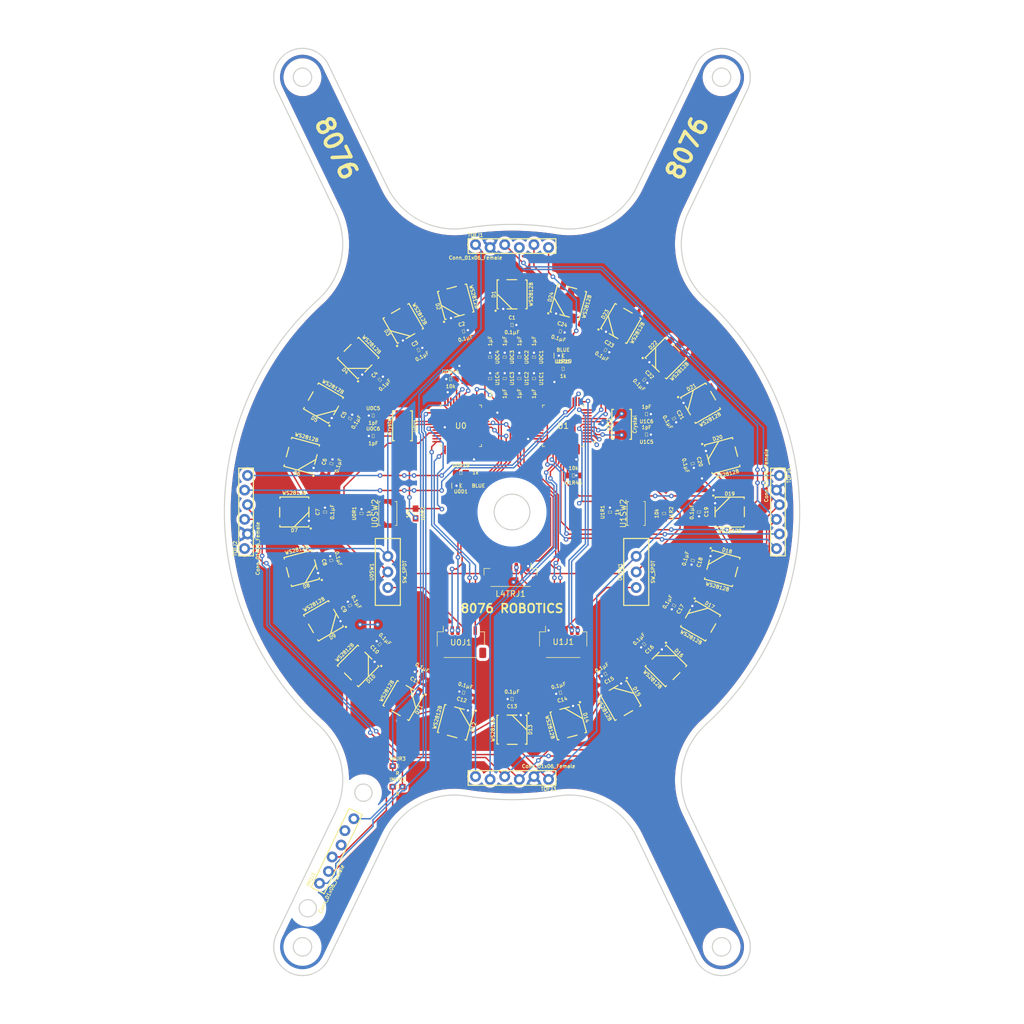
<source format=kicad_pcb>
(kicad_pcb (version 20211014) (generator pcbnew)
  (layers (0 "F.Cu" signal) (31 "B.Cu" signal) (34 "B.Paste" user) (35 "F.Paste" user) (36 "B.SilkS" user "B.Silkscreen") (37 "F.SilkS" user "F.Silkscreen") (38 "B.Mask" user) (39 "F.Mask" user) (44 "Edge.Cuts" user))
  (net 0 "")
  (net 1 "+3V3")
  (net 2 "/imu/MCU3V3")
  (net 3 "/imu/PROG3V3")
  (net 4 "/tof/MCU3V3")
  (net 5 "/tof/PROG3V3")
  (net 7 "/imu/IMURST")
  (net 10 "/imu/OSCIN")
  (net 11 "/imu/OSCOUT")
  (net 12 "/imu/RESET")
  (net 13 "GND")
  (net 16 "/imu/DEBUGTX")
  (net 17 "/imu/DEBUGRX")
  (net 23 "Net-(U0-Pad19)")
  (net 34 "/imu/SWDIO")
  (net 35 "/imu/SWDCLOCK")
  (net 40 "/imu/IMUSCL")
  (net 41 "/imu/IMUSDA")
  (net 42 "Net-(U0-Pad44)")
  (net 46 "/tof/TOF1GPIO")
  (net 47 "/tof/TOF1XSHUT")
  (net 49 "/tof/OSCIN")
  (net 50 "/tof/OSCOUT")
  (net 51 "/tof/RESET")
  (net 54 "/tof/DEBUGTX")
  (net 55 "/tof/DEBUGRX")
  (net 56 "/tof/TOF2GPIO")
  (net 57 "/tof/TOF2XSHUT")
  (net 60 "Net-(U1-Pad19)")
  (net 71 "/tof/SWDIO")
  (net 72 "/tof/SWDCLOCK")
  (net 73 "/tof/TOF4XSHUT")
  (net 74 "/tof/TOF4GPIO")
  (net 75 "/tof/TOF3XSHUT")
  (net 76 "/tof/TOF3GPIO")
  (net 77 "Net-(D3-Pad2)")
  (net 78 "Net-(D17-Pad2)")
  (net 79 "Net-(U1-Pad44)")
  (net 82 "Net-(U1D1-Pad2)")
  (net 83 "Net-(U1R1-Pad1)")
  (net 84 "Net-(U0D1-Pad2)")
  (net 85 "Net-(U0R1-Pad1)")
  (net 86 "+5V")
  (net 87 "Net-(D2-Pad2)")
  (net 90 "/tof/SDA")
  (net 91 "/tof/SCL")
  (net 92 "Net-(D5-Pad2)")
  (net 93 "Net-(D16-Pad2)")
  (net 94 "Net-(D14-Pad2)")
  (net 95 "Net-(D8-Pad2)")
  (net 96 "Net-(D4-Pad2)")
  (net 97 "Net-(D1-Pad2)")
  (net 98 "Net-(D10-Pad4)")
  (net 99 "Net-(D15-Pad2)")
  (net 100 "Net-(D22-Pad2)")
  (net 101 "Net-(D6-Pad2)")
  (net 102 "Net-(D20-Pad2)")
  (net 103 "Net-(D19-Pad2)")
  (net 104 "Net-(D10-Pad2)")
  (net 105 "Net-(D21-Pad2)")
  (net 106 "Net-(D23-Pad2)")
  (net 108 "Net-(D13-Pad2)")
  (net 109 "Net-(D18-Pad2)")
  (net 110 "Net-(D11-Pad2)")
  (net 111 "Net-(D12-Pad2)")
  (net 112 "NEOPIXELOUT")
  (net 113 "Net-(D7-Pad2)")
  (net 114 "L4TX")
  (net 115 "L4RX")
  (net 116 "IMUTX")
  (net 117 "IMURX")
  (footprint "Connectors:1X06_FEMALE_LOCK.010" (layer "F.Cu") (at 171.958 94.996 -90)
    (fp_text reference "TOFJ4")
    (fp_text value "Conn_01x06_Female")
  )
  (footprint "Capacitors:0603" (layer "F.Cu") (at 149.10562 87.884 180)
    (fp_text reference "U1C5")
    (fp_text value "1pF")
  )
  (footprint "Capacitors:0603" (layer "F.Cu") (at 157.13418 109.760725 -105)
    (fp_text reference "C18")
    (fp_text value "0.1µF")
  )
  (footprint "Capacitors:0603" (layer "F.Cu") (at 125.73 133.858 180)
    (fp_text reference "C13")
    (fp_text value "0.1µF")
  )
  (footprint "LED:WS2812B" (layer "F.Cu") (at 162.286429 91.550734 15)
    (fp_text reference "D20")
    (fp_text value "WS2812B")
  )
  (footprint "Capacitors:0603" (layer "F.Cu") (at 134.144725 69.94182 -15)
    (fp_text reference "C24")
    (fp_text value "0.1µF")
  )
  (footprint "LED:WS2812B" (layer "F.Cu") (at 125.73 63.5 90)
    (fp_text reference "D1")
    (fp_text value "WS2812B")
  )
  (footprint "Connector_JST:JST_SH_BM07B-SRSS-TB_1x07-1MP_P1.00mm_Vertical" (layer "F.Cu") (at 125.476 112.268 180)
    (fp_text reference "L4TRJ1")
    (fp_text value "Conn_01x07_Female")
  )
  (footprint "Capacitors:0603" (layer "F.Cu") (at 148.719456 78.356544 -45)
    (fp_text reference "C22")
    (fp_text value "0.1µF")
  )
  (footprint "LED:WS2812B" (layer "F.Cu") (at 162.286429 111.141266 -15)
    (fp_text reference "D18")
    (fp_text value "WS2812B")
  )
  (footprint "LED:WS2812B" (layer "F.Cu") (at 98.968837 128.107163 -135)
    (fp_text reference "D10")
    (fp_text value "WS2812B")
  )
  (footprint "Capacitors:0603" (layer "F.Cu") (at 149.10562 84.328 180)
    (fp_text reference "U1C6")
    (fp_text value "1pF")
  )
  (footprint "Capacitors:0603" (layer "F.Cu") (at 129.54 74.422 -90)
    (fp_text reference "U0C1")
    (fp_text value "1µF")
  )
  (footprint "Capacitors:0603" (layer "F.Cu") (at 109.474 73.189782 30)
    (fp_text reference "C3")
    (fp_text value "0.1µF")
  )
  (footprint "Capacitors:0603" (layer "F.Cu") (at 102.740544 124.335456 135)
    (fp_text reference "C10")
    (fp_text value "0.1µF")
  )
  (footprint "LED:WS2812B" (layer "F.Cu") (at 87.884 101.346 180)
    (fp_text reference "D7")
    (fp_text value "WS2812B")
  )
  (footprint "Capacitors:0603" (layer "F.Cu") (at 153.886218 85.09 -60)
    (fp_text reference "C21")
    (fp_text value "0.1µF")
  )
  (footprint "Button_Switch_SMD:SW_Push_SPST_NO_Alps_SKRK" (layer "F.Cu") (at 104.14 101.6 90)
    (fp_text reference "U0SW2")
    (fp_text value "RESET")
  )
  (footprint "Connectors:1X06_FEMALE_LOCK.010" (layer "F.Cu") (at 92.496265 165.995839 64.3)
    (fp_text reference "IMUJ1")
    (fp_text value "Conn_01x06_Female")
  )
  (footprint "LED:LED-0603" (layer "F.Cu") (at 134.62 74.168 180)
    (fp_text reference "U1D1")
    (fp_text value "BLUE")
  )
  (footprint "LED:WS2812B" (layer "F.Cu") (at 89.173571 91.550734 165)
    (fp_text reference "D6")
    (fp_text value "WS2812B")
  )
  (footprint "LED:WS2812B" (layer "F.Cu") (at 158.505597 120.269 -30)
    (fp_text reference "D17")
    (fp_text value "WS2812B")
  )
  (footprint "Connectors:1X06_FEMALE_LOCK.010" (layer "F.Cu") (at 119.38 55.118)
    (fp_text reference "TOFJ1")
    (fp_text value "Conn_01x06_Female")
  )
  (footprint "Capacitors:0603" (layer "F.Cu") (at 101.6 84.582)
    (fp_text reference "U0C5")
    (fp_text value "1pF")
  )
  (footprint "Capacitors:0603" (layer "F.Cu") (at 141.986 73.189782 -30)
    (fp_text reference "C23")
    (fp_text value "0.1µF")
  )
  (footprint "LED:WS2812B" (layer "F.Cu") (at 125.73 139.192 -90)
    (fp_text reference "D13")
    (fp_text value "WS2812B")
  )
  (footprint "Switches:SWITCH_SPDT_PTH_11.6X4.0MM_LOCK" (layer "F.Cu") (at 147.32 111.76)
    (fp_text reference "U1SW1")
    (fp_text value "SW_SPDT")
  )
  (footprint "LED:WS2812B" (layer "F.Cu") (at 115.934734 137.902429 -105)
    (fp_text reference "D12")
    (fp_text value "WS2812B")
  )
  (footprint "Capacitors:0603" (layer "F.Cu") (at 141.986 129.502218 -150)
    (fp_text reference "C15")
    (fp_text value "0.1µF")
  )
  (footprint "LED:WS2812B" (layer "F.Cu") (at 115.934734 64.789571 105)
    (fp_text reference "D2")
    (fp_text value "WS2812B")
  )
  (footprint "Capacitors:0603" (layer "F.Cu") (at 94.32582 92.931275 75)
    (fp_text reference "C6")
    (fp_text value "0.1µF")
  )
  (footprint "Capacitors:0603" (layer "F.Cu") (at 121.92 78.14564 -90)
    (fp_text reference "U1C4")
    (fp_text value "1µF")
  )
  (footprint "Capacitors:0603" (layer "F.Cu") (at 148.719456 124.335456 -135)
    (fp_text reference "C16")
    (fp_text value "0.1µF")
  )
  (footprint "Connector_JST:JST_SH_SM06B-SRSS-TB_1x06-1MP_P1.00mm_Horizontal" (layer "F.Cu") (at 116.84 123.952)
    (fp_text reference "U0J1")
    (fp_text value "Conn_01x06_Female")
  )
  (footprint "Capacitors:0603" (layer "F.Cu") (at 153.886218 117.602 -120)
    (fp_text reference "C17")
    (fp_text value "0.1µF")
  )
  (footprint "LED:WS2812B" (layer "F.Cu") (at 98.968837 74.584837 135)
    (fp_text reference "D4")
    (fp_text value "WS2812B")
  )
  (footprint "LED:WS2812B" (layer "F.Cu") (at 92.954403 120.269 -150)
    (fp_text reference "D9")
    (fp_text value "WS2812B")
  )
  (footprint "Connectors:1X06_FEMALE_LOCK.010" (layer "F.Cu") (at 132.08 147.574 180)
    (fp_text reference "TOFJ3")
    (fp_text value "Conn_01x06_Female")
  )
  (footprint "Capacitors:0603" (layer "F.Cu") (at 157.13418 92.931275 -75)
    (fp_text reference "C20")
    (fp_text value "0.1µF")
  )
  (footprint "Capacitors:0603" (layer "F.Cu") (at 101.6 88.138)
    (fp_text reference "U0C6")
    (fp_text value "1pF")
  )
  (footprint "STM32F103CBT6:QFP50P900X900X160-48N" (layer "F.Cu") (at 134.62 86.36 180)
    (fp_text reference "U1")
    (fp_text value "STM32F103CBT6")
  )
  (footprint "LED:WS2812B" (layer "F.Cu") (at 158.505597 82.423 30)
    (fp_text reference "D21")
    (fp_text value "WS2812B")
  )
  (footprint "Resistors:0603" (layer "F.Cu") (at 105.83164 149.098)
    (fp_text reference "IMUR2")
    (fp_text value "R")
  )
  (footprint "LED:WS2812B" (layer "F.Cu") (at 135.525266 137.902429 -75)
    (fp_text reference "D14")
    (fp_text value "WS2812B")
  )
  (footprint "LED:WS2812B" (layer "F.Cu") (at 144.653 68.570403 60)
    (fp_text reference "D23")
    (fp_text value "WS2812B")
  )
  (footprint "Capacitors:0603" (layer "F.Cu") (at 97.573782 117.602 120)
    (fp_text reference "C9")
    (fp_text value "0.1µF")
  )
  (footprint "Resistors:0603" (layer "F.Cu") (at 152.146 101.6 -90)
    (fp_text reference "U1R2")
    (fp_text value "10k")
  )
  (footprint "Connector_JST:JST_SH_SM06B-SRSS-TB_1x06-1MP_P1.00mm_Horizontal" (layer "F.Cu") (at 134.62 123.952)
    (fp_text reference "U1J1")
    (fp_text value "Conn_01x06_Female")
  )
  (footprint "LED:WS2812B" (layer "F.Cu") (at 163.576 101.346)
    (fp_text reference "D19")
    (fp_text value "WS2812B")
  )
  (footprint "Button_Switch_SMD:SW_Push_SPST_NO_Alps_SKRK" (layer "F.Cu") (at 147.32 101.6 90)
    (fp_text reference "U1SW2")
    (fp_text value "RESET")
  )
  (footprint "Resistors:0603" (layer "F.Cu") (at 136.398 94.996 180)
    (fp_text reference "U1R44")
    (fp_text value "10k")
  )
  (footprint "LED:WS2812B" (layer "F.Cu") (at 135.525266 64.789571 75)
    (fp_text reference "D24")
    (fp_text value "WS2812B")
  )
  (footprint "LED:WS2812B" (layer "F.Cu") (at 89.173571 111.141266 -165)
    (fp_text reference "D8")
    (fp_text value "WS2812B")
  )
  (footprint "Capacitors:0603" (layer "F.Cu") (at 117.315275 69.94182 15)
    (fp_text reference "C2")
    (fp_text value "0.1µF")
  )
  (footprint "Capacitors:0603" (layer "F.Cu") (at 102.740544 78.356544 45)
    (fp_text reference "C4")
    (fp_text value "0.1µF")
  )
  (footprint "LED:WS2812B" (layer "F.Cu") (at 106.807 68.570403 120)
    (fp_text reference "D3")
    (fp_text value "WS2812B")
  )
  (footprint "LED:WS2812B" (layer "F.Cu") (at 92.954403 82.423 150)
    (fp_text reference "D5")
    (fp_text value "WS2812B")
  )
  (footprint "Capacitors:0603" (layer "F.Cu") (at 125.73 68.834)
    (fp_text reference "C1")
    (fp_text value "0.1µF")
  )
  (footprint "LED:WS2812B" (layer "F.Cu") (at 106.807 134.121597 -120)
    (fp_text reference "D11")
    (fp_text value "WS2812B")
  )
  (footprint "Clocks:CRYSTAL-SMD-5X3.2-2PAD" (layer "F.Cu") (at 106.68 86.36 -90)
    (fp_text reference "U0Y1")
    (fp_text value "Crystal")
  )
  (footprint "LED:WS2812B" (layer "F.Cu") (at 144.653 134.121597 -60)
    (fp_text reference "D15")
    (fp_text value "WS2812B")
  )
  (footprint "LED:LED-0603" (layer "F.Cu") (at 116.84 96.774 180)
    (fp_text reference "U0D1")
    (fp_text value "BLUE")
  )
  (footprint "Capacitors:0603" (layer "F.Cu") (at 109.474 129.502218 150)
    (fp_text reference "C11")
    (fp_text value "0.1µF")
  )
  (footprint "Capacitors:0603" (layer "F.Cu") (at 124.46 74.422 -90)
    (fp_text reference "U0C3")
    (fp_text value "1µF")
  )
  (footprint "Resistors:0603" (layer "F.Cu") (at 108.966 101.6 -90)
    (fp_text reference "U0R2")
    (fp_text value "10k")
  )
  (footprint "Capacitors:0603" (layer "F.Cu") (at 158.242 101.346 -90)
    (fp_text reference "C19")
    (fp_text value "0.1µF")
  )
  (footprint "Capacitors:0603" (layer "F.Cu") (at 124.46 78.14564 -90)
    (fp_text reference "U1C3")
    (fp_text value "1µF")
  )
  (footprint "Capacitors:0603" (layer "F.Cu") (at 134.144725 132.75018 -165)
    (fp_text reference "C14")
    (fp_text value "0.1µF")
  )
  (footprint "Resistors:0603" (layer "F.Cu") (at 134.62 76.454)
    (fp_text reference "U1R19")
    (fp_text value "1k")
  )
  (footprint "Capacitors:0603" (layer "F.Cu") (at 127 74.422 -90)
    (fp_text reference "U0C2")
    (fp_text value "1µF")
  )
  (footprint "Connectors:1X06_FEMALE_LOCK.010" (layer "F.Cu") (at 79.502 107.696 90)
    (fp_text reference "TOFJ2")
    (fp_text value "Conn_01x06_Female")
  )
  (footprint "Capacitors:0603" (layer "F.Cu") (at 117.315275 132.75018 165)
    (fp_text reference "C12")
    (fp_text value "0.1µF")
  )
  (footprint "Resistors:0603" (layer "F.Cu") (at 116.84 94.51942)
    (fp_text reference "U0R19")
    (fp_text value "1k")
  )
  (footprint "LED:WS2812B" (layer "F.Cu") (at 152.491163 128.107163 -45)
    (fp_text reference "D16")
    (fp_text value "WS2812B")
  )
  (footprint "Capacitors:0603" (layer "F.Cu") (at 129.54 78.14564 -90)
    (fp_text reference "U1C1")
    (fp_text value "1µF")
  )
  (footprint "Resistors:0603" (layer "F.Cu") (at 115.062 78.232)
    (fp_text reference "U0R44")
    (fp_text value "10k")
  )
  (footprint "Capacitors:0603" (layer "F.Cu") (at 121.92 74.422 -90)
    (fp_text reference "U0C4")
    (fp_text value "1µF")
  )
  (footprint "Resistors:0603" (layer "F.Cu") (at 99.568 101.6 90)
    (fp_text reference "U0R1")
    (fp_text value "1k")
  )
  (footprint "Resistors:0603" (layer "F.Cu") (at 105.83164 145.508)
    (fp_text reference "IMUR3")
    (fp_text value "R")
  )
  (footprint "Capacitors:0603" (layer "F.Cu") (at 94.32582 109.760725 105)
    (fp_text reference "C8")
    (fp_text value "0.1µF")
  )
  (footprint "Capacitors:0603" (layer "F.Cu") (at 97.573782 85.09 60)
    (fp_text reference "C5")
    (fp_text value "0.1µF")
  )
  (footprint "Resistors:0603" (layer "F.Cu") (at 142.748 101.37 90)
    (fp_text reference "U1R1")
    (fp_text value "1k")
  )
  (footprint "STM32F103CBT6:QFP50P900X900X160-48N" (layer "F.Cu") (at 116.84 86.36)
    (fp_text reference "U0")
    (fp_text value "STM32F103CBT6")
  )
  (footprint "Capacitors:0603" (layer "F.Cu") (at 127 78.14564 -90)
    (fp_text reference "U1C2")
    (fp_text value "1µF")
  )
  (footprint "LED:WS2812B" (layer "F.Cu") (at 152.491163 74.584837 45)
    (fp_text reference "D22")
    (fp_text value "WS2812B")
  )
  (footprint "Switches:SWITCH_SPDT_PTH_11.6X4.0MM_LOCK" (layer "F.Cu") (at 104.14 111.76)
    (fp_text reference "U0SW1")
    (fp_text value "SW_SPDT")
  )
  (footprint "Capacitors:0603" (layer "F.Cu") (at 93.218 101.346 90)
    (fp_text reference "C7")
    (fp_text value "0.1µF")
  )
  (footprint "Clocks:CRYSTAL-SMD-5X3.2-2PAD" (layer "F.Cu") (at 144.78762 86.106 90)
    (fp_text reference "U1Y1")
    (fp_text value "Crystal")
  )
  (gr_circle (center 137.414 86.868) (end 137.414 86.868) (layer "F.Cu") (width 0.2) (fill none))
  (gr_circle (center 125.73 101.346) (end 128.83 101.346) (layer "Edge.Cuts") (width 0.2) (fill none))
  (gr_arc (start 95.014309 49.129658) (mid 96.065947 57.246995) (end 92.058097 64.383818) (layer "Edge.Cuts") (width 0.2))
  (gr_circle (center 162.155456 176.926395) (end 163.755456 176.926395) (layer "Edge.Cuts") (width 0.2) (fill none))
  (gr_arc (start 159.401903 64.383818) (mid 155.394053 57.246995) (end 156.445691 49.129658) (layer "Edge.Cuts") (width 0.2))
  (gr_circle (center 90.231893 170.224981) (end 91.731893 170.224981) (layer "Edge.Cuts") (width 0.2) (fill none))
  (gr_circle (center 162.155456 25.765605) (end 163.755456 25.765605) (layer "Edge.Cuts") (width 0.2) (fill none))
  (gr_arc (start 156.445691 153.562342) (mid 155.394053 145.445005) (end 159.401903 138.308182) (layer "Edge.Cuts") (width 0.2))
  (gr_line (start 166.659651 27.936371) (end 156.445691 49.129658) (layer "Edge.Cuts") (width 0.2))
  (gr_arc (start 117.796355 51.97944) (mid 109.716923 50.668001) (end 104.0227 44.788126) (layer "Edge.Cuts") (width 0.2))
  (gr_line (start 95.014309 49.129658) (end 84.800349 27.936371) (layer "Edge.Cuts") (width 0.2))
  (gr_arc (start 159.401903 64.383818) (mid 175.73 101.346) (end 159.401903 138.308182) (layer "Edge.Cuts") (width 0.2))
  (gr_arc (start 133.663645 150.71256) (mid 141.743077 152.023999) (end 147.4373 157.903874) (layer "Edge.Cuts") (width 0.2))
  (gr_arc (start 92.058097 138.308182) (mid 96.065947 145.445005) (end 95.014309 153.562342) (layer "Edge.Cuts") (width 0.2))
  (gr_line (start 104.0227 157.903874) (end 93.80874 179.097162) (layer "Edge.Cuts") (width 0.2))
  (gr_arc (start 166.659651 174.755629) (mid 164.326222 181.430591) (end 157.65126 179.097162) (layer "Edge.Cuts") (width 0.2))
  (gr_line (start 147.4373 44.788126) (end 157.65126 23.594838) (layer "Edge.Cuts") (width 0.2))
  (gr_arc (start 133.663645 150.71256) (mid 125.73 151.346) (end 117.796355 150.71256) (layer "Edge.Cuts") (width 0.2))
  (gr_arc (start 147.4373 44.788126) (mid 141.743077 50.668001) (end 133.663645 51.97944) (layer "Edge.Cuts") (width 0.2))
  (gr_line (start 84.800349 174.755629) (end 95.014309 153.562342) (layer "Edge.Cuts") (width 0.2))
  (gr_circle (center 89.304544 176.926395) (end 90.904544 176.926395) (layer "Edge.Cuts") (width 0.2) (fill none))
  (gr_arc (start 84.800349 27.936371) (mid 87.133778 21.261409) (end 93.80874 23.594838) (layer "Edge.Cuts") (width 0.2))
  (gr_line (start 157.65126 179.097162) (end 147.4373 157.903874) (layer "Edge.Cuts") (width 0.2))
  (gr_arc (start 93.80874 179.097162) (mid 87.133778 181.430592) (end 84.800349 174.755629) (layer "Edge.Cuts") (width 0.2))
  (gr_arc (start 117.796355 51.97944) (mid 125.73 51.346) (end 133.663645 51.97944) (layer "Edge.Cuts") (width 0.2))
  (gr_circle (center 99.902491 150.130964) (end 101.402491 150.130964) (layer "Edge.Cuts") (width 0.2) (fill none))
  (gr_line (start 156.445691 153.562342) (end 166.659651 174.755629) (layer "Edge.Cuts") (width 0.2))
  (gr_circle (center 89.304544 25.765605) (end 90.904544 25.765605) (layer "Edge.Cuts") (width 0.2) (fill none))
  (gr_arc (start 157.65126 23.594838) (mid 164.326222 21.26141) (end 166.659651 27.936371) (layer "Edge.Cuts") (width 0.2))
  (gr_arc (start 92.058097 138.308182) (mid 75.73 101.346) (end 92.058097 64.383818) (layer "Edge.Cuts") (width 0.2))
  (gr_line (start 93.80874 23.594838) (end 104.0227 44.788126) (layer "Edge.Cuts") (width 0.2))
  (gr_arc (start 104.0227 157.903874) (mid 109.716923 152.023999) (end 117.796355 150.71256) (layer "Edge.Cuts") (width 0.2))
  (gr_text "8076" (at 156.21 38.1 64.3) (layer "F.SilkS") (effects (font (size 3 3) (thickness 0.6))))
  (gr_text "8076 ROBOTICS\n" (at 125.73 118.11) (layer "F.SilkS") (effects (font (size 1.5 1.5) (thickness 0.3))))
  (gr_text "8076" (at 95.1992 38.1 295.7) (layer "F.SilkS") (effects (font (size 3 3) (thickness 0.6))))
  (segment (start 127.476 112.980493) (end 128.524 114.028493) (width 0.25) (layer "F.Cu") (net 1))
  (segment (start 127.476 110.943) (end 127.476 112.980493) (width 0.25) (layer "F.Cu") (net 1))
  (segment (start 126.504039 142.917571) (end 127.169571 142.917571) (width 0.25) (layer "F.Cu") (net 1))
  (segment (start 128.524 137.668) (end 125.984 140.208) (width 0.25) (layer "F.Cu") (net 1))
  (segment (start 107.14032 112.04252) (end 104.14 109.0422) (width 0.25) (layer "F.Cu") (net 1))
  (segment (start 125.984 142.397532) (end 126.504039 142.917571) (width 0.25) (layer "F.Cu") (net 1))
  (segment (start 127.169571 142.917571) (end 132.08 147.828) (width 0.25) (layer "F.Cu") (net 1))
  (segment (start 126.822552 112.04252) (end 107.14032 112.04252) (width 0.25) (layer "F.Cu") (net 1))
  (segment (start 127.476 111.389072) (end 126.822552 112.04252) (width 0.25) (layer "F.Cu") (net 1))
  (segment (start 125.984 140.208) (end 125.984 142.397532) (width 0.25) (layer "F.Cu") (net 1))
  (segment (start 144.31968 112.04252) (end 147.32 109.0422) (width 0.25) (layer "F.Cu") (net 1))
  (segment (start 128.129448 112.04252) (end 144.31968 112.04252) (width 0.25) (layer "F.Cu") (net 1))
  (segment (start 127.476 111.389072) (end 128.129448 112.04252) (width 0.25) (layer "F.Cu") (net 1))
  (segment (start 128.524 114.028493) (end 128.524 137.668) (width 0.25) (layer "F.Cu") (net 1))
  (segment (start 161.3662 94.996) (end 147.32 109.0422) (width 0.25) (layer "B.Cu") (net 1))
  (segment (start 172.212 94.996) (end 161.3662 94.996) (width 0.25) (layer "B.Cu") (net 1))
  (segment (start 119.38 54.864) (end 120.3452 55.8292) (width 0.25) (layer "B.Cu") (net 1))
  (segment (start 132.08 147.828) (end 140.453386 139.454614) (width 0.25) (layer "B.Cu") (net 1))
  (segment (start 79.248 107.696) (end 102.7938 107.696) (width 0.25) (layer "B.Cu") (net 1))
  (segment (start 140.453386 115.908814) (end 147.32 109.0422) (width 0.25) (layer "B.Cu") (net 1))
  (segment (start 102.7938 107.696) (end 104.14 109.0422) (width 0.25) (layer "B.Cu") (net 1))
  (segment (start 104.14 85.724282) (end 104.14 109.0422) (width 0.25) (layer "B.Cu") (net 1))
  (segment (start 120.3452 69.519082) (end 104.14 85.724282) (width 0.25) (layer "B.Cu") (net 1))
  (segment (start 120.3452 55.8292) (end 120.3452 69.519082) (width 0.25) (layer "B.Cu") (net 1))
  (segment (start 140.453386 139.454614) (end 140.453386 115.908814) (width 0.25) (layer "B.Cu") (net 1))
  (segment (start 102.81548 110.43548) (end 100.52948 110.43548) (width 0.25) (layer "F.Cu") (net 2))
  (segment (start 120.205028 83.61) (end 121.02 83.61) (width 0.25) (layer "F.Cu") (net 2))
  (segment (start 106.68 145.508) (end 105.856379 144.684379) (width 0.25) (layer "F.Cu") (net 2))
  (segment (start 107.9 89.4) (end 107.916739 89.383261) (width 0.25) (layer "F.Cu") (net 2))
  (segment (start 106.68 149.098) (end 106.68 145.508) (width 0.25) (layer "F.Cu") (net 2))
  (segment (start 96.52 106.426) (end 96.52 97.028) (width 0.25) (layer "F.Cu") (net 2))
  (segment (start 119.59 84.225028) (end 120.205028 83.61) (width 0.25) (layer "F.Cu") (net 2))
  (segment (start 114.09 82.994972) (end 114.09 82.18) (width 0.25) (layer "F.Cu") (net 2))
  (segment (start 107.9 98.8) (end 107.9 89.4) (width 0.25) (layer "F.Cu") (net 2))
  (segment (start 112.66 87.61) (end 114.074614 87.61) (width 0.25) (layer "F.Cu") (net 2))
  (segment (start 101.074374 114.825626) (end 104.14 111.76) (width 0.25) (layer "F.Cu") (net 2))
  (segment (start 115.062 86.622614) (end 115.062 83.966972) (width 0.25) (layer "F.Cu") (net 2))
  (segment (start 115.062 83.966972) (end 114.09 82.994972) (width 0.25) (layer "F.Cu") (net 2))
  (segment (start 100.52948 110.43548) (end 96.52 106.426) (width 0.25) (layer "F.Cu") (net 2))
  (segment (start 121.92 75.27036) (end 124.46 75.27036) (width 0.25) (layer "F.Cu") (net 2))
  (segment (start 101.074374 124.906982) (end 101.074374 114.825626) (width 0.25) (layer "F.Cu") (net 2))
  (segment (start 114.074614 87.61) (end 115.062 86.622614) (width 0.25) (layer "F.Cu") (net 2))
  (segment (start 109.507353 89.383261) (end 111.280614 87.61) (width 0.25) (layer "F.Cu") (net 2))
  (segment (start 104.164739 89.383261) (end 107.916739 89.383261) (width 0.25) (layer "F.Cu") (net 2))
  (segment (start 104.14 111.76) (end 102.81548 110.43548) (width 0.25) (layer "F.Cu") (net 2))
  (segment (start 117.660972 83.966972) (end 115.062 83.966972) (width 0.25) (layer "F.Cu") (net 2))
  (segment (start 96.52 97.028) (end 104.164739 89.383261) (width 0.25) (layer "F.Cu") (net 2))
  (segment (start 107.916739 89.383261) (end 109.507353 89.383261) (width 0.25) (layer "F.Cu") (net 2))
  (segment (start 119.59 90.54) (end 119.59 85.896) (width 0.25) (layer "F.Cu") (net 2))
  (segment (start 121.02 76.17036) (end 121.92 75.27036) (width 0.25) (layer "F.Cu") (net 2))
  (segment (start 119.59 85.896) (end 119.59 84.225028) (width 0.25) (layer "F.Cu") (net 2))
  (segment (start 104.806379 144.684379) (end 97.016196 136.894196) (width 0.25) (layer "F.Cu") (net 2))
  (segment (start 105.856379 144.684379) (end 104.806379 144.684379) (width 0.25) (layer "F.Cu") (net 2))
  (segment (start 97.016196 128.96516) (end 101.074374 124.906982) (width 0.25) (layer "F.Cu") (net 2))
  (segment (start 97.016196 136.894196) (end 97.016196 128.96516) (width 0.25) (layer "F.Cu") (net 2))
  (segment (start 124.46 75.27036) (end 127 75.27036) (width 0.25) (layer "F.Cu") (net 2))
  (segment (start 121.02 83.61) (end 121.02 76.17036) (width 0.25) (layer "F.Cu") (net 2))
  (segment (start 111.280614 87.61) (end 112.66 87.61) (width 0.25) (layer "F.Cu") (net 2))
  (segment (start 127 75.27036) (end 129.54 75.27036) (width 0.25) (layer "F.Cu") (net 2))
  (segment (start 119.59 85.896) (end 117.660972 83.966972) (width 0.25) (layer "F.Cu") (net 2))
  (via (at 106.68 149.098) (size 0.8) (drill 0.4) (layers "F.Cu" "B.Cu") (net 2))
  (via (at 107.9 98.8) (size 0.8) (drill 0.4) (layers "F.Cu" "B.Cu") (net 2))
  (via (at 108.966 102.362) (size 0.8) (drill 0.4) (layers "F.Cu" "B.Cu") (net 2))
  (segment (start 101.11569 154.66231) (end 106.68 149.098) (width 0.25) (layer "B.Cu") (net 2))
  (segment (start 98.232609 154.66231) (end 101.11569 154.66231) (width 0.25) (layer "B.Cu") (net 2))
  (segment (start 107.9 101.296) (end 107.9 98.8) (width 0.25) (layer "B.Cu") (net 2))
  (segment (start 108.966 102.362) (end 107.9 101.296) (width 0.25) (layer "B.Cu") (net 2))
  (segment (start 104.14 114.4778) (end 110.311872 114.4778) (width 0.25) (layer "F.Cu") (net 3))
  (segment (start 110.311872 114.4778) (end 117.34 121.505928) (width 0.25) (layer "F.Cu") (net 3))
  (segment (start 117.34 121.505928) (end 117.34 121.952) (width 0.25) (layer "F.Cu") (net 3))
  (segment (start 154.85364 102.44836) (end 154.94 102.362) (width 0.25) (layer "F.Cu") (net 4))
  (segment (start 131.87 80.054) (end 130.81 78.994) (width 0.25) (layer "F.Cu") (net 4))
  (segment (start 138.8 85.11) (end 137.648 85.11) (width 0.25) (layer "F.Cu") (net 4))
  (segment (start 147.32 111.76) (end 154.94 104.14) (width 0.25) (layer "F.Cu") (net 4))
  (segment (start 124.46 78.994) (end 126.746 78.994) (width 0.25) (layer "F.Cu") (net 4))
  (segment (start 131.87 88.494972) (end 131.254972 89.11) (width 0.25) (layer "F.Cu") (net 4))
  (segment (start 130.81 78.994) (end 129.54 78.994) (width 0.25) (layer "F.Cu") (net 4))
  (segment (start 131.87 82.18) (end 131.87 80.054) (width 0.25) (layer "F.Cu") (net 4))
  (segment (start 130.44 89.11) (end 136.754972 89.11) (width 0.25) (layer "F.Cu") (net 4))
  (segment (start 137.648 85.11) (end 136.652 86.106) (width 0.25) (layer "F.Cu") (net 4))
  (segment (start 142.748 89.408) (end 142.748 85.852) (width 0.25) (layer "F.Cu") (net 4))
  (segment (start 142.006 85.11) (end 138.8 85.11) (width 0.25) (layer "F.Cu") (net 4))
  (segment (start 154.94 101.6) (end 142.748 89.408) (width 0.25) (layer "F.Cu") (net 4))
  (segment (start 154.94 102.362) (end 154.94 101.6) (width 0.25) (layer "F.Cu") (net 4))
  (segment (start 154.94 104.14) (end 154.94 102.362) (width 0.25) (layer "F.Cu") (net 4))
  (segment (start 142.748 85.852) (end 142.006 85.11) (width 0.25) (layer "F.Cu") (net 4))
  (segment (start 136.652 86.106) (end 136.652 88.138) (width 0.25) (layer "F.Cu") (net 4))
  (segment (start 137.37 90.54) (end 137.37 89.725028) (width 0.25) (layer "F.Cu") (net 4))
  (segment (start 126.746 78.994) (end 129.54 78.994) (width 0.25) (layer "F.Cu") (net 4))
  (segment (start 136.652 88.138) (end 135.68 89.11) (width 0.25) (layer "F.Cu") (net 4))
  (segment (start 131.87 82.18) (end 131.87 88.494972) (width 0.25) (layer "F.Cu") (net 4))
  (segment (start 152.146 102.44836) (end 154.85364 102.44836) (width 0.25) (layer "F.Cu") (net 4))
  (segment (start 137.37 89.725028) (end 136.754972 89.11) (width 0.25) (layer "F.Cu") (net 4))
  (segment (start 121.92 78.994) (end 124.46 78.994) (width 0.25) (layer "F.Cu") (net 4))
  (segment (start 142.148128 114.4778) (end 135.12 121.505928) (width 0.25) (layer "F.Cu") (net 5))
  (segment (start 135.12 121.505928) (end 135.12 121.952) (width 0.25) (layer "F.Cu") (net 5))
  (segment (start 147.32 114.4778) (end 142.148128 114.4778) (width 0.25) (layer "F.Cu") (net 5))
  (segment (start 112.66 84.11) (end 110.962 84.11) (width 0.25) (layer "F.Cu") (net 7))
  (segment (start 110.962 84.11) (end 110.744 84.328) (width 0.25) (layer "F.Cu") (net 7))
  (via (at 110.744 84.328) (size 0.8) (drill 0.4) (layers "F.Cu" "B.Cu") (net 7))
  (segment (start 101.56521 154.848507) (end 106.591207 149.822511) (width 0.25) (layer "B.Cu") (net 7))
  (segment (start 110.744 145.7198) (end 110.744 87.510896) (width 0.25) (layer "B.Cu") (net 7))
  (segment (start 101.56521 156.001395) (end 101.56521 154.848507) (width 0.25) (layer "B.Cu") (net 7))
  (segment (start 110.469009 87.235905) (end 110.469009 84.602991) (width 0.25) (layer "B.Cu") (net 7))
  (segment (start 107.404511 149.398103) (end 107.404511 149.059289) (width 0.25) (layer "B.Cu") (net 7))
  (segment (start 106.591207 149.822511) (end 106.980103 149.822511) (width 0.25) (layer "B.Cu") (net 7))
  (segment (start 92.267391 165.88569) (end 93.596468 165.88569) (width 0.25) (layer "B.Cu") (net 7))
  (segment (start 95.090944 164.391214) (end 95.090944 162.475661) (width 0.25) (layer "B.Cu") (net 7))
  (segment (start 110.744 87.510896) (end 110.469009 87.235905) (width 0.25) (layer "B.Cu") (net 7))
  (segment (start 95.090944 162.475661) (end 101.56521 156.001395) (width 0.25) (layer "B.Cu") (net 7))
  (segment (start 93.596468 165.88569) (end 95.090944 164.391214) (width 0.25) (layer "B.Cu") (net 7))
  (segment (start 110.469009 84.602991) (end 110.744 84.328) (width 0.25) (layer "B.Cu") (net 7))
  (segment (start 106.980103 149.822511) (end 107.404511 149.398103) (width 0.25) (layer "B.Cu") (net 7))
  (segment (start 107.404511 149.059289) (end 110.744 145.7198) (width 0.25) (layer "B.Cu") (net 7))
  (segment (start 107.77912 85.61) (end 106.68 84.51088) (width 0.25) (layer "F.Cu") (net 10))
  (segment (start 112.66 85.61) (end 107.77912 85.61) (width 0.25) (layer "F.Cu") (net 10))
  (segment (start 106.60888 84.582) (end 106.68 84.51088) (width 0.25) (layer "F.Cu") (net 10))
  (segment (start 102.44836 84.582) (end 106.60888 84.582) (width 0.25) (layer "F.Cu") (net 10))
  (segment (start 112.66 86.11) (end 108.77912 86.11) (width 0.25) (layer "F.Cu") (net 11))
  (segment (start 108.77912 86.11) (end 106.68 88.20912) (width 0.25) (layer "F.Cu") (net 11))
  (segment (start 106.60888 88.138) (end 106.68 88.20912) (width 0.25) (layer "F.Cu") (net 11))
  (segment (start 102.44836 88.138) (end 106.60888 88.138) (width 0.25) (layer "F.Cu") (net 11))
  (segment (start 111.51 86.61) (end 111.252 86.868) (width 0.25) (layer "F.Cu") (net 12))
  (segment (start 108.966 100.75164) (end 113.45164 100.75164) (width 0.25) (layer "F.Cu") (net 12))
  (segment (start 112.66 86.61) (end 111.51 86.61) (width 0.25) (layer "F.Cu") (net 12))
  (segment (start 113.45164 100.75164) (end 113.538 100.838) (width 0.25) (layer "F.Cu") (net 12))
  (segment (start 105.39164 100.75164) (end 104.14 99.5) (width 0.25) (layer "F.Cu") (net 12))
  (segment (start 108.966 100.75164) (end 105.39164 100.75164) (width 0.25) (layer "F.Cu") (net 12))
  (via (at 111.252 86.868) (size 0.8) (drill 0.4) (layers "F.Cu" "B.Cu") (net 12))
  (via (at 113.538 100.838) (size 0.8) (drill 0.4) (layers "F.Cu" "B.Cu") (net 12))
  (segment (start 111.252 86.868) (end 113.754511 89.370511) (width 0.25) (layer "B.Cu") (net 12))
  (segment (start 112.775489 100.075489) (end 113.538 100.838) (width 0.25) (layer "B.Cu") (net 12))
  (segment (start 113.754511 89.370511) (end 113.754511 93.720875) (width 0.25) (layer "B.Cu") (net 12))
  (segment (start 113.754511 93.720875) (end 112.775489 94.699897) (width 0.25) (layer "B.Cu") (net 12))
  (segment (start 112.775489 94.699897) (end 112.775489 100.075489) (width 0.25) (layer "B.Cu") (net 12))
  (segment (start 113.55 87.11) (end 114.046 86.614) (width 0.25) (layer "F.Cu") (net 13))
  (segment (start 119.09 90.54) (end 119.09 92.166) (width 0.25) (layer "F.Cu") (net 13))
  (segment (start 141.478 85.852) (end 141.26 85.634) (width 0.25) (layer "F.Cu") (net 13))
  (segment (start 112.66 87.11) (end 113.55 87.11) (width 0.25) (layer "F.Cu") (net 13))
  (segment (start 123.154 84.11) (end 121.02 84.11) (width 0.25) (layer "F.Cu") (net 13))
  (segment (start 130.44 88.61) (end 128.572 88.61) (width 0.25) (layer "F.Cu") (net 13))
  (segment (start 158.75 95.504) (end 160.782 97.536) (width 0.25) (layer "F.Cu") (net 13))
  (segment (start 123.19 84.074) (end 123.154 84.11) (width 0.25) (layer "F.Cu") (net 13))
  (segment (start 114.3 78.232) (end 116.586 75.946) (width 0.25) (layer "F.Cu") (net 13))
  (segment (start 136.87 92.166) (end 136.906 92.202) (width 0.25) (layer "F.Cu") (net 13))
  (segment (start 132.37 79.466) (end 132.37 82.18) (width 0.25) (layer "F.Cu") (net 13))
  (segment (start 114.59 82.18) (end 114.59 80.554) (width 0.25) (layer "F.Cu") (net 13))
  (segment (start 133.096 78.74) (end 132.37 79.466) (width 0.25) (layer "F.Cu") (net 13))
  (segment (start 141.26 85.634) (end 138.8 85.634) (width 0.25) (layer "F.Cu") (net 13))
  (segment (start 114.59 80.554) (end 114.554 80.518) (width 0.25) (layer "F.Cu") (net 13))
  (segment (start 119.126 92.202) (end 119.09 92.166) (width 0.25) (layer "F.Cu") (net 13))
  (segment (start 128.572 88.61) (end 128.536 88.646) (width 0.25) (layer "F.Cu") (net 13))
  (segment (start 136.87 90.54) (end 136.87 92.166) (width 0.25) (layer "F.Cu") (net 13))
  (via (at 128.524 110.744) (size 0.8) (drill 0.4) (layers "F.Cu" "B.Cu") (net 13))
  (via (at 151.772743 125.233481) (size 0.8) (drill 0.4) (layers "F.Cu" "B.Cu") (net 13))
  (via (at 100.838 84.582) (size 0.8) (drill 0.4) (layers "F.Cu" "B.Cu") (net 13))
  (via (at 154.267218 85.749911) (size 0.8) (drill 0.4) (layers "F.Cu" "B.Cu") (net 13))
  (via (at 99.687257 77.458519) (size 0.8) (drill 0.4) (layers "F.Cu" "B.Cu") (net 13))
  (via (at 136.906 94.996) (size 0.8) (drill 0.4) (layers "F.Cu" "B.Cu") (net 13))
  (via (at 92.021463 111.955936) (size 0.8) (drill 0.4) (layers "F.Cu" "B.Cu") (net 13))
  (via (at 160.227417 109.011794) (size 0.8) (drill 0.4) (layers "F.Cu" "B.Cu") (net 13))
  (via (at 97.192782 116.942089) (size 0.8) (drill 0.4) (layers "F.Cu" "B.Cu") (net 13))
  (via (at 158.242 102.108) (size 0.8) (drill 0.4) (layers "F.Cu" "B.Cu") (net 13))
  (via (at 124.46 73.66) (size 0.8) (drill 0.4) (layers "F.Cu" "B.Cu") (net 13))
  (via (at 148.18064 124.874271) (size 0.8) (drill 0.4) (layers "F.Cu" "B.Cu") (net 13))
  (via (at 158.75 95.504) (size 0.8) (drill 0.4) (layers "F.Cu" "B.Cu") (net 13))
  (via (at 123.19 84.074) (size 0.8) (drill 0.4) (layers "F.Cu" "B.Cu") (net 13))
  (via (at 149.86762 84.328) (size 0.8) (drill 0.4) (layers "F.Cu" "B.Cu") (net 13))
  (via (at 114.046 86.614) (size 0.8) (drill 0.4) (layers "F.Cu" "B.Cu") (net 13))
  (via (at 106.757177 71.532107) (size 0.8) (drill 0.4) (layers "F.Cu" "B.Cu") (net 13))
  (via (at 95.916107 120.318823) (size 0.8) (drill 0.4) (layers "F.Cu" "B.Cu") (net 13))
  (via (at 119.126 92.202) (size 0.8) (drill 0.4) (layers "F.Cu" "B.Cu") (net 13))
  (via (at 94.128599 109.024689) (size 0.8) (drill 0.4) (layers "F.Cu" "B.Cu") (net 13))
  (via (at 124.206 66.04) (size 0.8) (drill 0.4) (layers "F.Cu" "B.Cu") (net 13))
  (via (at 99.568 100.838) (size 0.8) (drill 0.4) (layers "F.Cu" "B.Cu") (net 13))
  (via (at 108.814089 129.121218) (size 0.8) (drill 0.4) (layers "F.Cu" "B.Cu") (net 13))
  (via (at 133.408689 132.947401) (size 0.8) (drill 0.4) (layers "F.Cu" "B.Cu") (net 13))
  (via (at 133.096 78.74) (size 0.8) (drill 0.4) (layers "F.Cu" "B.Cu") (net 13))
  (via (at 124.46 77.216) (size 0.8) (drill 0.4) (layers "F.Cu" "B.Cu") (net 13))
  (via (at 118.064206 135.843417) (size 0.8) (drill 0.4) (layers "F.Cu" "B.Cu") (net 13))
  (via (at 97.954782 84.430089) (size 0.8) (drill 0.4) (layers "F.Cu" "B.Cu") (net 13))
  (via (at 116.586 75.946) (size 0.8) (drill 0.4) (layers "F.Cu" "B.Cu") (net 13))
  (via (at 129.54 73.66) (size 0.8) (drill 0.4) (layers "F.Cu" "B.Cu") (net 13))
  (via (at 121.92 73.66) (size 0.8) (drill 0.4) (layers "F.Cu" "B.Cu") (net 13))
  (via (at 149.617481 75.303257) (size 0.8) (drill 0.4) (layers "F.Cu" "B.Cu") (net 13))
  (via (at 133.858 74.168) (size 0.8) (drill 0.4) (layers "F.Cu" "B.Cu") (net 13))
  (via (at 93.218 100.584) (size 0.8) (drill 0.4) (layers "F.Cu" "B.Cu") (net 13))
  (via (at 149.86762 87.884) (size 0.8) (drill 0.4) (layers "F.Cu" "B.Cu") (net 13))
  (via (at 118.051311 69.744599) (size 0.8) (drill 0.4) (layers "F.Cu" "B.Cu") (net 13))
  (via (at 115.120064 67.637463) (size 0.8) (drill 0.4) (layers "F.Cu" "B.Cu") (net 13))
  (via (at 110.133911 72.808782) (size 0.8) (drill 0.4) (layers "F.Cu" "B.Cu") (net 13))
  (via (at 132.08 121.92) (size 0.8) (drill 0.4) (layers "F.Cu" "B.Cu") (net 13))
  (via (at 161.036 99.822) (size 0.8) (drill 0.4) (layers "F.Cu" "B.Cu") (net 13))
  (via (at 142.645911 73.570782) (size 0.8) (drill 0.4) (layers "F.Cu" "B.Cu") (net 13))
  (via (at 129.54 77.216) (size 0.8) (drill 0.4) (layers "F.Cu" "B.Cu") (net 13))
  (via (at 121.92 77.216) (size 0.8) (drill 0.4) (layers "F.Cu" "B.Cu") (net 13))
  (via (at 141.478 85.852) (size 0.8) (drill 0.4) (layers "F.Cu" "B.Cu") (net 13))
  (via (at 94.392107 85.012823) (size 0.8) (drill 0.4) (layers "F.Cu" "B.Cu") (net 13))
  (via (at 136.906 92.202) (size 0.8) (drill 0.4) (layers "F.Cu" "B.Cu") (net 13))
  (via (at 128.536 88.646) (size 0.8) (drill 0.4) (layers "F.Cu" "B.Cu") (net 13))
  (via (at 149.258271 78.89536) (size 0.8) (drill 0.4) (layers "F.Cu" "B.Cu") (net 13))
  (via (at 124.968 133.858) (size 0.8) (drill 0.4) (layers "F.Cu" "B.Cu") (net 13))
  (via (at 102.201729 123.79664) (size 0.8) (drill 0.4) (layers "F.Cu" "B.Cu") (net 13))
  (via (at 90.424 102.87) (size 0.8) (drill 0.4) (layers "F.Cu" "B.Cu") (net 13))
  (via (at 101.842519 127.388743) (size 0.8) (drill 0.4) (layers "F.Cu" "B.Cu") (net 13))
  (via (at 127 73.66) (size 0.8) (drill 0.4) (layers "F.Cu" "B.Cu") (net 13))
  (via (at 126.492 68.834) (size 0.8) (drill 0.4) (layers "F.Cu" "B.Cu") (net 13))
  (via (at 133.395794 66.848583) (size 0.8) (drill 0.4) (layers "F.Cu" "B.Cu") (net 13))
  (via (at 142.748 100.584) (size 0.8) (drill 0.4) (layers "F.Cu" "B.Cu") (net 13))
  (via (at 136.339936 135.054537) (size 0.8) (drill 0.4) (layers "F.Cu" "B.Cu") (net 13))
  (via (at 94.52304 92.19524) (size 0.8) (drill 0.4) (layers "F.Cu" "B.Cu") (net 13))
  (via (at 144.702823 131.159893) (size 0.8) (drill 0.4) (layers "F.Cu" "B.Cu") (net 13))
  (via (at 103.27936 77.817729) (size 0.8) (drill 0.4) (layers "F.Cu" "B.Cu") (net 13))
  (via (at 91.232583 93.680206) (size 0.8) (drill 0.4) (layers "F.Cu" "B.Cu") (net 13))
  (via (at 127 77.216) (size 0.8) (drill 0.4) (layers "F.Cu" "B.Cu") (net 13))
  (via (at 157.067893 117.679177) (size 0.8) (drill 0.4) (layers "F.Cu" "B.Cu") (net 13))
  (via (at 134.88076 70.13904) (size 0.8) (drill 0.4) (layers "F.Cu" "B.Cu") (net 13))
  (via (at 116.57924 132.55296) (size 0.8) (drill 0.4) (layers "F.Cu" "B.Cu") (net 13))
  (via (at 114.3 78.232) (size 0.8) (drill 0.4) (layers "F.Cu" "B.Cu") (net 13))
  (via (at 114.554 80.518) (size 0.8) (drill 0.4) (layers "F.Cu" "B.Cu") (net 13))
  (via (at 109.396823 132.683893) (size 0.8) (drill 0.4) (layers "F.Cu" "B.Cu") (net 13))
  (via (at 159.438537 90.736064) (size 0.8) (drill 0.4) (layers "F.Cu" "B.Cu") (net 13))
  (via (at 160.782 97.536) (size 0.8) (drill 0.4) (layers "F.Cu" "B.Cu") (net 13))
  (via (at 127.254 136.652) (size 0.8) (drill 0.4) (layers "F.Cu" "B.Cu") (net 13))
  (via (at 142.063177 70.008107) (size 0.8) (drill 0.4) (layers "F.Cu" "B.Cu") (net 13))
  (via (at 116.078 96.774) (size 0.8) (drill 0.4) (layers "F.Cu" "B.Cu") (net 13))
  (via (at 141.326089 129.883218) (size 0.8) (drill 0.4) (layers "F.Cu" "B.Cu") (net 13))
  (via (at 100.838 88.138) (size 0.8) (drill 0.4) (layers "F.Cu" "B.Cu") (net 13))
  (via (at 155.543893 82.373177) (size 0.8) (drill 0.4) (layers "F.Cu" "B.Cu") (net 13))
  (via (at 157.331401 93.667311) (size 0.8) (drill 0.4) (layers "F.Cu" "B.Cu") (net 13))
  (via (at 114.3 121.92) (size 0.8) (drill 0.4) (layers "F.Cu" "B.Cu") (net 13))
  (via (at 156.93696 110.49676) (size 0.8) (drill 0.4) (layers "F.Cu" "B.Cu") (net 13))
  (via (at 153.505218 118.261911) (size 0.8) (drill 0.4) (layers "F.Cu" "B.Cu") (net 13))
  (segment (start 111.76 90.01) (end 112.66 89.11) (width 0.25) (layer "F.Cu") (net 16))
  (segment (start 111.76 90.932) (end 111.76 90.01) (width 0.25) (layer "F.Cu") (net 16))
  (segment (start 118.34 121.952) (end 118.364 112.776) (width 0.25) (layer "F.Cu") (net 16))
  (via (at 118.364 112.776) (size 0.8) (drill 0.4) (layers "F.Cu" "B.Cu") (net 16))
  (via (at 111.76 90.932) (size 0.8) (drill 0.4) (layers "F.Cu" "B.Cu") (net 16))
  (segment (start 118.364 110.227386) (end 111.76 103.623386) (width 0.25) (layer "B.Cu") (net 16))
  (segment (start 118.364 112.776) (end 118.364 110.227386) (width 0.25) (layer "B.Cu") (net 16))
  (segment (start 111.76 103.623386) (end 111.76 90.932) (width 0.25) (layer "B.Cu") (net 16))
  (segment (start 114.09 90.54) (end 114.09 90.634) (width 0.25) (layer "F.Cu") (net 17))
  (segment (start 119.34 121.952) (end 119.38 112.776) (width 0.25) (layer "F.Cu") (net 17))
  (segment (start 114.09 90.634) (end 113.03 91.694) (width 0.25) (layer "F.Cu") (net 17))
  (via (at 119.38 112.776) (size 0.8) (drill 0.4) (layers "F.Cu" "B.Cu") (net 17))
  (via (at 113.03 91.694) (size 0.8) (drill 0.4) (layers "F.Cu" "B.Cu") (net 17))
  (segment (start 119.38 110.607669) (end 112.20952 103.437188) (width 0.25) (layer "B.Cu") (net 17))
  (segment (start 112.20952 92.51448) (end 113.03 91.694) (width 0.25) (layer "B.Cu") (net 17))
  (segment (start 112.20952 103.437188) (end 112.20952 92.51448) (width 0.25) (layer "B.Cu") (net 17))
  (segment (start 119.38 112.776) (end 119.38 110.607669) (width 0.25) (layer "B.Cu") (net 17))
  (segment (start 115.99164 94.51942) (end 117.09 93.42106) (width 0.25) (layer "F.Cu") (net 23))
  (segment (start 117.09 93.42106) (end 117.09 90.54) (width 0.25) (layer "F.Cu") (net 23))
  (segment (start 116.332 99.805542) (end 123.406511 92.731031) (width 0.25) (layer "F.Cu") (net 34))
  (segment (start 116.332 109.22) (end 116.332 99.805542) (width 0.25) (layer "F.Cu") (net 34))
  (segment (start 123.406511 85.805897) (end 122.210614 84.61) (width 0.25) (layer "F.Cu") (net 34))
  (segment (start 123.406511 92.731031) (end 123.406511 85.805897) (width 0.25) (layer "F.Cu") (net 34))
  (segment (start 122.210614 84.61) (end 121.02 84.61) (width 0.25) (layer "F.Cu") (net 34))
  (via (at 116.332 109.22) (size 0.8) (drill 0.4) (layers "F.Cu" "B.Cu") (net 34))
  (via (at 116.332 121.92) (size 0.8) (drill 0.4) (layers "F.Cu" "B.Cu") (net 34))
  (segment (start 116.332 121.92) (end 116.332 109.22) (width 0.25) (layer "B.Cu") (net 34))
  (segment (start 123.856031 92.917228) (end 123.856031 85.619699) (width 0.25) (layer "F.Cu") (net 35))
  (segment (start 119.59 80.054) (end 119.634 80.01) (width 0.25) (layer "F.Cu") (net 35))
  (segment (start 117.056511 108.919897) (end 116.84 108.703386) (width 0.25) (layer "F.Cu") (net 35))
  (segment (start 124.206 85.26973) (end 124.206 83.312) (width 0.25) (layer "F.Cu") (net 35))
  (segment (start 115.316 111.252) (end 116.078 111.252) (width 0.25) (layer "F.Cu") (net 35))
  (segment (start 124.206 83.312) (end 121.92 81.026) (width 0.25) (layer "F.Cu") (net 35))
  (segment (start 117.056511 110.273489) (end 117.056511 108.919897) (width 0.25) (layer "F.Cu") (net 35))
  (segment (start 116.078 111.252) (end 117.056511 110.273489) (width 0.25) (layer "F.Cu") (net 35))
  (segment (start 123.856031 85.619699) (end 124.206 85.26973) (width 0.25) (layer "F.Cu") (net 35))
  (segment (start 116.84 108.703386) (end 116.84 99.933259) (width 0.25) (layer "F.Cu") (net 35))
  (segment (start 119.59 82.18) (end 119.59 80.054) (width 0.25) (layer "F.Cu") (net 35))
  (segment (start 116.84 99.933259) (end 123.856031 92.917228) (width 0.25) (layer "F.Cu") (net 35))
  (via (at 121.92 81.026) (size 0.8) (drill 0.4) (layers "F.Cu" "B.Cu") (net 35))
  (via (at 119.634 80.01) (size 0.8) (drill 0.4) (layers "F.Cu" "B.Cu") (net 35))
  (via (at 115.316 111.252) (size 0.8) (drill 0.4) (layers "F.Cu" "B.Cu") (net 35))
  (via (at 115.316 121.92) (size 0.8) (drill 0.4) (layers "F.Cu" "B.Cu") (net 35))
  (segment (start 121.92 81.026) (end 120.904 80.01) (width 0.25) (layer "B.Cu") (net 35))
  (segment (start 115.316 121.92) (end 115.316 111.252) (width 0.25) (layer "B.Cu") (net 35))
  (segment (start 120.904 80.01) (end 119.634 80.01) (width 0.25) (layer "B.Cu") (net 35))
  (segment (start 104.98328 146.73072) (end 104.98328 145.508) (width 0.25) (layer "F.Cu") (net 40))
  (segment (start 94.47038 161.308218) (end 95.799457 161.308218) (width 0.25) (layer "F.Cu") (net 40))
  (segment (start 117.09 81.284) (end 118.11 80.264) (width 0.25) (layer "F.Cu") (net 40))
  (segment (start 103.886 147.828) (end 104.98328 146.73072) (width 0.25) (layer "F.Cu") (net 40))
  (segment (start 103.886 153.221675) (end 103.886 147.828) (width 0.25) (layer "F.Cu") (net 40))
  (segment (start 95.799457 161.308218) (end 103.886 153.221675) (width 0.25) (layer "F.Cu") (net 40))
  (segment (start 117.09 82.18) (end 117.09 81.284) (width 0.25) (layer "F.Cu") (net 40))
  (via (at 118.11 80.264) (size 0.8) (drill 0.4) (layers "F.Cu" "B.Cu") (net 40))
  (via (at 104.98836 145.508) (size 0.8) (drill 0.4) (layers "F.Cu" "B.Cu") (net 40))
  (segment (start 109.569969 87.6083) (end 109.569969 80.930031) (width 0.25) (layer "B.Cu") (net 40))
  (segment (start 104.98836 136.067742) (end 109.84496 131.211142) (width 0.25) (layer "B.Cu") (net 40))
  (segment (start 109.84496 87.883292) (end 109.569969 87.6083) (width 0.25) (layer "B.Cu") (net 40))
  (segment (start 113.792 76.708) (end 115.062 76.708) (width 0.25) (layer "B.Cu") (net 40))
  (segment (start 115.062 76.708) (end 118.11 79.756) (width 0.25) (layer "B.Cu") (net 40))
  (segment (start 109.84496 131.211142) (end 109.84496 87.883292) (width 0.25) (layer "B.Cu") (net 40))
  (segment (start 104.98836 145.508) (end 104.98836 136.067742) (width 0.25) (layer "B.Cu") (net 40))
  (segment (start 118.11 79.756) (end 118.11 80.264) (width 0.25) (layer "B.Cu") (net 40))
  (segment (start 109.569969 80.930031) (end 113.792 76.708) (width 0.25) (layer "B.Cu") (net 40))
  (segment (start 116.59 80.514) (end 117.094 80.01) (width 0.25) (layer "F.Cu") (net 41))
  (segment (start 94.754747 163.817253) (end 104.98328 153.58872) (width 0.25) (layer "F.Cu") (net 41))
  (segment (start 93.826633 163.817253) (end 94.754747 163.817253) (width 0.25) (layer "F.Cu") (net 41))
  (segment (start 116.59 82.18) (end 116.59 80.514) (width 0.25) (layer "F.Cu") (net 41))
  (segment (start 104.98328 153.58872) (end 104.98328 149.098) (width 0.25) (layer "F.Cu") (net 41))
  (via (at 104.98328 149.098) (size 0.8) (drill 0.4) (layers "F.Cu" "B.Cu") (net 41))
  (via (at 117.094 80.01) (size 0.8) (drill 0.4) (layers "F.Cu" "B.Cu") (net 41))
  (segment (start 110.29448 143.7868) (end 110.29448 87.697094) (width 0.25) (layer "B.Cu") (net 41))
  (segment (start 114.3 82.804) (end 117.094 80.01) (width 0.25) (layer "B.Cu") (net 41))
  (segment (start 104.98328 149.098) (end 110.29448 143.7868) (width 0.25) (layer "B.Cu") (net 41))
  (segment (start 110.019489 84.027897) (end 111.243386 82.804) (width 0.25) (layer "B.Cu") (net 41))
  (segment (start 111.243386 82.804) (end 114.3 82.804) (width 0.25) (layer "B.Cu") (net 41))
  (segment (start 110.29448 87.697094) (end 110.019489 87.422102) (width 0.25) (layer "B.Cu") (net 41))
  (segment (start 110.019489 87.422102) (end 110.019489 84.027897) (width 0.25) (layer "B.Cu") (net 41))
  (segment (start 116.09 82.18) (end 116.09 78.41164) (width 0.25) (layer "F.Cu") (net 42))
  (segment (start 116.09 78.41164) (end 115.91036 78.232) (width 0.25) (layer "F.Cu") (net 42))
  (segment (start 140.412972 89.408) (end 140.412972 89.612972) (width 0.25) (layer "F.Cu") (net 46))
  (segment (start 138.8 88.61) (end 139.614972 88.61) (width 0.25) (layer "F.Cu") (net 46))
  (segment (start 141.224 77.47) (end 135.949049 72.195049) (width 0.25) (layer "F.Cu") (net 46))
  (segment (start 139.614972 88.61) (end 140.412972 89.408) (width 0.25) (layer "F.Cu") (net 46))
  (segment (start 134.366 63.428508) (end 129.54 58.602508) (width 0.25) (layer "F.Cu") (net 46))
  (segment (start 129.54 58.602508) (end 129.54 54.864) (width 0.25) (layer "F.Cu") (net 46))
  (segment (start 135.949049 69.687194) (end 134.366 68.104145) (width 0.25) (layer "F.Cu") (net 46))
  (segment (start 135.949049 72.195049) (end 135.949049 69.687194) (width 0.25) (layer "F.Cu") (net 46))
  (segment (start 140.412972 89.612972) (end 140.462 89.662) (width 0.25) (layer "F.Cu") (net 46))
  (segment (start 134.366 68.104145) (end 134.366 63.428508) (width 0.25) (layer "F.Cu") (net 46))
  (segment (start 141.224 83.566) (end 141.224 77.47) (width 0.25) (layer "F.Cu") (net 46))
  (via (at 141.224 83.566) (size 0.8) (drill 0.4) (layers "F.Cu" "B.Cu") (net 46))
  (via (at 140.462 89.662) (size 0.8) (drill 0.4) (layers "F.Cu" "B.Cu") (net 46))
  (segment (start 139.541969 85.248031) (end 141.224 83.566) (width 0.25) (layer "B.Cu") (net 46))
  (segment (start 139.541969 88.741969) (end 139.541969 85.248031) (width 0.25) (layer "B.Cu") (net 46))
  (segment (start 140.462 89.662) (end 139.541969 88.741969) (width 0.25) (layer "B.Cu") (net 46))
  (segment (start 141.986 84.328) (end 141.986 77.596283) (width 0.25) (layer "F.Cu") (net 47))
  (segment (start 132.842 60.452) (end 132.08 59.69) (width 0.25) (layer "F.Cu") (net 47))
  (segment (start 140.571628 88.702373) (end 139.979255 88.11) (width 0.25) (layer "F.Cu") (net 47))
  (segment (start 139.979255 88.11) (end 138.8 88.11) (width 0.25) (layer "F.Cu") (net 47))
  (segment (start 141.986 77.596283) (end 136.398569 72.008851) (width 0.25) (layer "F.Cu") (net 47))
  (segment (start 132.08 59.69) (end 132.08 55.372) (width 0.25) (layer "F.Cu") (net 47))
  (segment (start 136.398569 72.008851) (end 136.398569 70.357431) (width 0.25) (layer "F.Cu") (net 47))
  (segment (start 140.904179 88.702373) (end 140.571628 88.702373) (width 0.25) (layer "F.Cu") (net 47))
  (segment (start 136.398569 70.357431) (end 136.906 69.85) (width 0.25) (layer "F.Cu") (net 47))
  (via (at 132.842 60.452) (size 0.8) (drill 0.4) (layers "F.Cu" "B.Cu") (net 47))
  (via (at 136.906 69.85) (size 0.8) (drill 0.4) (layers "F.Cu" "B.Cu") (net 47))
  (via (at 140.904179 88.702373) (size 0.8) (drill 0.4) (layers "F.Cu" "B.Cu") (net 47))
  (via (at 141.986 84.328) (size 0.8) (drill 0.4) (layers "F.Cu" "B.Cu") (net 47))
  (segment (start 140.904179 88.702373) (end 139.991489 87.789683) (width 0.25) (layer "B.Cu") (net 47))
  (segment (start 136.906 69.85) (end 136.906 64.516) (width 0.25) (layer "B.Cu") (net 47))
  (segment (start 139.991489 87.789683) (end 139.991489 85.805897) (width 0.25) (layer "B.Cu") (net 47))
  (segment (start 139.991489 85.805897) (end 141.469386 84.328) (width 0.25) (layer "B.Cu") (net 47))
  (segment (start 136.906 64.516) (end 132.842 60.452) (width 0.25) (layer "B.Cu") (net 47))
  (segment (start 141.469386 84.328) (end 141.986 84.328) (width 0.25) (layer "B.Cu") (net 47))
  (segment (start 140.388972 87.884) (end 139.614972 87.11) (width 0.25) (layer "F.Cu") (net 49))
  (segment (start 144.85874 87.884) (end 144.78762 87.95512) (width 0.25) (layer "F.Cu") (net 49))
  (segment (start 148.25726 87.884) (end 144.85874 87.884) (width 0.25) (layer "F.Cu") (net 49))
  (segment (start 139.614972 87.11) (end 138.8 87.11) (width 0.25) (layer "F.Cu") (net 49))
  (segment (start 141.478 87.884) (end 140.388972 87.884) (width 0.25) (layer "F.Cu") (net 49))
  (via (at 141.478 87.884) (size 0.8) (drill 0.4) (layers "F.Cu" "B.Cu") (net 49))
  (via (at 144.78762 87.95512) (size 0.8) (drill 0.4) (layers "F.Cu" "B.Cu") (net 49))
  (segment (start 141.54912 87.95512) (end 144.78762 87.95512) (width 0.25) (layer "B.Cu") (net 49))
  (segment (start 141.478 87.884) (end 141.54912 87.95512) (width 0.25) (layer "B.Cu") (net 49))
  (segment (start 140.462 86.868) (end 140.453386 86.868) (width 0.25) (layer "F.Cu") (net 50))
  (segment (start 144.85874 84.328) (end 144.78762 84.25688) (width 0.25) (layer "F.Cu") (net 50))
  (segment (start 140.195386 86.61) (end 138.8 86.61) (width 0.25) (layer "F.Cu") (net 50))
  (segment (start 140.453386 86.868) (end 140.195386 86.61) (width 0.25) (layer "F.Cu") (net 50))
  (segment (start 148.25726 84.328) (end 144.85874 84.328) (width 0.25) (layer "F.Cu") (net 50))
  (segment (start 140.716 87.122) (end 140.462 86.868) (width 0.25) (layer "F.Cu") (net 50))
  (via (at 140.716 87.122) (size 0.8) (drill 0.4) (layers "F.Cu" "B.Cu") (net 50))
  (via (at 144.78762 84.25688) (size 0.8) (drill 0.4) (layers "F.Cu" "B.Cu") (net 50))
  (segment (start 141.9225 87.122) (end 144.78762 84.25688) (width 0.25) (layer "B.Cu") (net 50))
  (segment (start 140.716 87.122) (end 141.9225 87.122) (width 0.25) (layer "B.Cu") (net 50))
  (segment (start 138.8 86.11) (end 137.985028 86.11) (width 0.25) (layer "F.Cu") (net 51))
  (segment (start 147.32 99.5) (end 148.57164 100.75164) (width 0.25) (layer "F.Cu") (net 51))
  (segment (start 147.32 99.5) (end 137.736 99.5) (width 0.25) (layer "F.Cu") (net 51))
  (segment (start 137.414 86.681028) (end 137.414 86.868) (width 0.25) (layer "F.Cu") (net 51))
  (segment (start 137.736 99.5) (end 137.414 99.822) (width 0.25) (layer "F.Cu") (net 51))
  (segment (start 148.57164 100.75164) (end 152.146 100.75164) (width 0.25) (layer "F.Cu") (net 51))
  (segment (start 137.985028 86.11) (end 137.414 86.681028) (width 0.25) (layer "F.Cu") (net 51))
  (via (at 137.414 86.868) (size 0.8) (drill 0.4) (layers "F.Cu" "B.Cu") (net 51))
  (via (at 137.414 99.822) (size 0.8) (drill 0.4) (layers "F.Cu" "B.Cu") (net 51))
  (segment (start 137.884511 99.351489) (end 137.414 99.822) (width 0.25) (layer "B.Cu") (net 51))
  (segment (start 137.414 86.868) (end 137.884511 87.338511) (width 0.25) (layer "B.Cu") (net 51))
  (segment (start 137.884511 87.338511) (end 137.884511 99.351489) (width 0.25) (layer "B.Cu") (net 51))
  (segment (start 138.8 83.61) (end 137.458 83.61) (width 0.25) (layer "F.Cu") (net 54))
  (segment (start 137.458 83.61) (end 137.414 83.566) (width 0.25) (layer "F.Cu") (net 54))
  (via (at 136.144 121.92) (size 0.8) (drill 0.4) (layers "F.Cu" "B.Cu") (net 54))
  (via (at 137.414 83.566) (size 0.8) (drill 0.4) (layers "F.Cu" "B.Cu") (net 54))
  (segment (start 138.48848 106.884842) (end 135.636 109.737322) (width 0.25) (layer "B.Cu") (net 54))
  (segment (start 138.48848 84.64048) (end 138.48848 106.884842) (width 0.25) (layer "B.Cu") (net 54))
  (segment (start 135.636 121.412) (end 136.144 121.92) (width 0.25) (layer "B.Cu") (net 54))
  (segment (start 135.636 109.737322) (end 135.636 121.412) (width 0.25) (layer "B.Cu") (net 54))
  (segment (start 137.414 83.566) (end 138.48848 84.64048) (width 0.25) (layer "B.Cu") (net 54))
  (segment (start 137.37 82.18) (end 138.8 82.18) (width 0.25) (layer "F.Cu") (net 55))
  (segment (start 138.8 82.18) (end 138.938 82.042) (width 0.25) (layer "F.Cu") (net 55))
  (via (at 137.16 121.92) (size 0.8) (drill 0.4) (layers "F.Cu" "B.Cu") (net 55))
  (via (at 138.938 82.042) (size 0.8) (drill 0.4) (layers "F.Cu" "B.Cu") (net 55))
  (segment (start 137.16 121.911386) (end 136.08552 120.836906) (width 0.25) (layer "B.Cu") (net 55))
  (segment (start 137.16 121.92) (end 137.16 121.911386) (width 0.25) (layer "B.Cu") (net 55))
  (segment (start 136.08552 109.92352) (end 138.938 107.07104) (width 0.25) (layer "B.Cu") (net 55))
  (segment (start 136.08552 120.836906) (end 136.08552 109.982) (width 0.25) (layer "B.Cu") (net 55))
  (segment (start 138.938 107.07104) (end 138.938 82.042) (width 0.25) (layer "B.Cu") (net 55))
  (segment (start 102.8 97.6) (end 107 97.6) (width 0.25) (layer "F.Cu") (net 56))
  (segment (start 136.87 81.23) (end 136.87 82.18) (width 0.25) (layer "F.Cu") (net 56))
  (segment (start 137.3 80.8) (end 136.87 81.23) (width 0.25) (layer "F.Cu") (net 56))
  (segment (start 108.7 97.6) (end 113.5 97.6) (width 0.25) (layer "F.Cu") (net 56))
  (via (at 107 97.6) (size 0.8) (drill 0.4) (layers "F.Cu" "B.Cu") (net 56))
  (via (at 102.8 97.6) (size 0.8) (drill 0.4) (layers "F.Cu" "B.Cu") (net 56))
  (via (at 108.7 97.6) (size 0.8) (drill 0.4) (layers "F.Cu" "B.Cu") (net 56))
  (via (at 137.3 80.8) (size 0.8) (drill 0.4) (layers "F.Cu" "B.Cu") (net 56))
  (via (at 113.5 97.6) (size 0.8) (drill 0.4) (layers "F.Cu" "B.Cu") (net 56))
  (segment (start 135.300103 84.724511) (end 136.689489 83.335125) (width 0.25) (layer "B.Cu") (net 56))
  (segment (start 115.90048 93.64952) (end 126.05048 93.64952) (width 0.25) (layer "B.Cu") (net 56))
  (segment (start 107 97.6) (end 108.7 97.6) (width 0.25) (layer "B.Cu") (net 56))
  (segment (start 130 89.635718) (end 134.911207 84.724511) (width 0.25) (layer "B.Cu") (net 56))
  (segment (start 79.248 97.536) (end 102.8 97.6) (width 0.25) (layer "B.Cu") (net 56))
  (segment (start 126.05048 93.64952) (end 130 89.7) (width 0.25) (layer "B.Cu") (net 56))
  (segment (start 136.689489 81.410511) (end 137.3 80.8) (width 0.25) (layer "B.Cu") (net 56))
  (segment (start 113.5 96.05) (end 115.90048 93.64952) (width 0.25) (layer "B.Cu") (net 56))
  (segment (start 113.5 97.6) (end 113.5 96.05) (width 0.25) (layer "B.Cu") (net 56))
  (segment (start 136.689489 83.335125) (end 136.689489 81.410511) (width 0.25) (layer "B.Cu") (net 56))
  (segment (start 134.911207 84.724511) (end 135.300103 84.724511) (width 0.25) (layer "B.Cu") (net 56))
  (segment (start 130 89.7) (end 130 89.635718) (width 0.25) (layer "B.Cu") (net 56))
  (segment (start 136.37 82.18) (end 136.37 82.994972) (width 0.25) (layer "F.Cu") (net 57))
  (segment (start 136.37 82.994972) (end 135.364972 84) (width 0.25) (layer "F.Cu") (net 57))
  (segment (start 135.364972 84) (end 135 84) (width 0.25) (layer "F.Cu") (net 57))
  (segment (start 108.7 95) (end 113.5 95) (width 0.25) (layer "F.Cu") (net 57))
  (segment (start 102.8 95) (end 107 95) (width 0.25) (layer "F.Cu") (net 57))
  (via (at 107 95) (size 0.8) (drill 0.4) (layers "F.Cu" "B.Cu") (net 57))
  (via (at 108.7 95) (size 0.8) (drill 0.4) (layers "F.Cu" "B.Cu") (net 57))
  (via (at 102.8 95) (size 0.8) (drill 0.4) (layers "F.Cu" "B.Cu") (net 57))
  (via (at 113.5 95) (size 0.8) (drill 0.4) (layers "F.Cu" "B.Cu") (net 57))
  (via (at 135 84) (size 0.8) (drill 0.4) (layers "F.Cu" "B.Cu") (net 57))
  (segment (start 79.756 94.996) (end 102.8 95) (width 0.25) (layer "B.Cu") (net 57))
  (segment (start 107 95) (end 108.7 95) (width 0.25) (layer "B.Cu") (net 57))
  (segment (start 115.3 93.2) (end 125.8 93.2) (width 0.25) (layer "B.Cu") (net 57))
  (segment (start 113.5 95) (end 115.3 93.2) (width 0.25) (layer "B.Cu") (net 57))
  (segment (start 125.8 93.2) (end 135 84) (width 0.25) (layer "B.Cu") (net 57))
  (segment (start 133.77164 76.454) (end 134.37 77.05236) (width 0.25) (layer "F.Cu") (net 60))
  (segment (start 134.37 77.05236) (end 134.37 82.18) (width 0.25) (layer "F.Cu") (net 60))
  (segment (start 133.326659 109.167141) (end 133.326659 98.527223) (width 0.25) (layer "F.Cu") (net 71))
  (segment (start 133.891857 111.050478) (end 133.046878 111.050478) (width 0.25) (layer "F.Cu") (net 71))
  (segment (start 133.046878 111.050478) (end 132.371489 110.375089) (width 0.25) (layer "F.Cu") (net 71))
  (segment (start 133.326659 98.527223) (end 127.811489 93.012053) (width 0.25) (layer "F.Cu") (net 71))
  (segment (start 134.12 121.952) (end 134.112 112.776) (width 0.25) (layer "F.Cu") (net 71))
  (segment (start 132.371489 110.375089) (end 132.371489 110.122311) (width 0.25) (layer "F.Cu") (net 71))
  (segment (start 127.811489 93.012053) (end 127.811489 88.345897) (width 0.25) (layer "F.Cu") (net 71))
  (segment (start 127.811489 88.345897) (end 128.235897 87.921489) (width 0.25) (layer "F.Cu") (net 71))
  (segment (start 128.836103 87.921489) (end 129.024614 88.11) (width 0.25) (layer "F.Cu") (net 71))
  (segment (start 132.371489 110.122311) (end 133.326659 109.167141) (width 0.25) (layer "F.Cu") (net 71))
  (segment (start 129.024614 88.11) (end 130.44 88.11) (width 0.25) (layer "F.Cu") (net 71))
  (segment (start 128.235897 87.921489) (end 128.836103 87.921489) (width 0.25) (layer "F.Cu") (net 71))
  (via (at 133.891857 111.050478) (size 0.8) (drill 0.4) (layers "F.Cu" "B.Cu") (net 71))
  (via (at 134.112 112.776) (size 0.8) (drill 0.4) (layers "F.Cu" "B.Cu") (net 71))
  (segment (start 134.112 112.776) (end 134.112 111.270621) (width 0.25) (layer "B.Cu") (net 71))
  (segment (start 134.112 111.270621) (end 133.891857 111.050478) (width 0.25) (layer "B.Cu") (net 71))
  (segment (start 133.776179 109.784421) (end 133.776179 98.341025) (width 0.25) (layer "F.Cu") (net 72))
  (segment (start 133.776179 98.341025) (end 129.794 94.358846) (width 0.25) (layer "F.Cu") (net 72))
  (segment (start 133.12 121.952) (end 133.096 112.776) (width 0.25) (layer "F.Cu") (net 72))
  (segment (start 129.794 94.358846) (end 129.794 92.616) (width 0.25) (layer "F.Cu") (net 72))
  (segment (start 129.794 92.616) (end 131.87 90.54) (width 0.25) (layer "F.Cu") (net 72))
  (segment (start 133.35 110.2106) (end 133.776179 109.784421) (width 0.25) (layer "F.Cu") (net 72))
  (via (at 133.35 110.2106) (size 0.8) (drill 0.4) (layers "F.Cu" "B.Cu") (net 72))
  (via (at 133.096 112.776) (size 0.8) (drill 0.4) (layers "F.Cu" "B.Cu") (net 72))
  (segment (start 133.096 112.776) (end 133.096 110.4646) (width 0.25) (layer "B.Cu") (net 72))
  (segment (start 133.096 110.4646) (end 133.35 110.2106) (width 0.25) (layer "B.Cu") (net 72))
  (segment (start 151.6 105.9) (end 151.8 106.1) (width 0.25) (layer "F.Cu") (net 73))
  (segment (start 135.313539 105.9) (end 151.6 105.9) (width 0.25) (layer "F.Cu") (net 73))
  (segment (start 132.37 91.354972) (end 132.37 90.54) (width 0.25) (layer "F.Cu") (net 73))
  (segment (start 131.887701 91.837271) (end 132.37 91.354972) (width 0.25) (layer "F.Cu") (net 73))
  (segment (start 131.887701 93.087701) (end 131.887701 91.837271) (width 0.25) (layer "F.Cu") (net 73))
  (segment (start 135.117451 106.096088) (end 135.313539 105.9) (width 0.25) (layer "F.Cu") (net 73))
  (via (at 151.8 106.1) (size 0.8) (drill 0.4) (layers "F.Cu" "B.Cu") (net 73))
  (via (at 131.887701 93.087701) (size 0.8) (drill 0.4) (layers "F.Cu" "B.Cu") (net 73))
  (via (at 135.117451 106.096088) (size 0.8) (drill 0.4) (layers "F.Cu" "B.Cu") (net 73))
  (segment (start 134.1 105.078637) (end 134.1 94.367587) (width 0.25) (layer "B.Cu") (net 73))
  (segment (start 134.1 94.367587) (end 132.820114 93.087701) (width 0.25) (layer "B.Cu") (net 73))
  (segment (start 132.820114 93.087701) (end 131.887701 93.087701) (width 0.25) (layer "B.Cu") (net 73))
  (segment (start 135.117451 106.096088) (end 134.1 105.078637) (width 0.25) (layer "B.Cu") (net 73))
  (segment (start 151.8 106.1) (end 170.108 106.1) (width 0.25) (layer "B.Cu") (net 73))
  (segment (start 170.108 106.1) (end 171.704 107.696) (width 0.25) (layer "B.Cu") (net 73))
  (segment (start 132.87 92.013201) (end 132.87 90.54) (width 0.25) (layer "F.Cu") (net 74))
  (segment (start 132.6455 92.237701) (end 132.87 92.013201) (width 0.25) (layer "F.Cu") (net 74))
  (segment (start 135.3 105.2) (end 152.3 105.2) (width 0.25) (layer "F.Cu") (net 74))
  (segment (start 135.2 105.1) (end 135.3 105.2) (width 0.25) (layer "F.Cu") (net 74))
  (via (at 135.2 105.1) (size 0.8) (drill 0.4) (layers "F.Cu" "B.Cu") (net 74))
  (via (at 152.3 105.2) (size 0.8) (drill 0.4) (layers "F.Cu" "B.Cu") (net 74))
  (via (at 132.6455 92.237701) (size 0.8) (drill 0.4) (layers "F.Cu" "B.Cu") (net 74))
  (segment (start 135.2 105.1) (end 135 104.9) (width 0.25) (layer "B.Cu") (net 74))
  (segment (start 152.344 105.156) (end 172.212 105.156) (width 0.25) (layer "B.Cu") (net 74))
  (segment (start 135 104.9) (end 135 94.592201) (width 0.25) (layer "B.Cu") (net 74))
  (segment (start 152.3 105.2) (end 152.344 105.156) (width 0.25) (layer "B.Cu") (net 74))
  (segment (start 135 94.592201) (end 132.6455 92.237701) (width 0.25) (layer "B.Cu") (net 74))
  (segment (start 133.37 92.69) (end 133.37 90.54) (width 0.25) (layer "F.Cu") (net 75))
  (segment (start 131.6755 94.3845) (end 133.37 92.69) (width 0.25) (layer "F.Cu") (net 75))
  (segment (start 131.6755 94.488) (end 131.6755 94.3845) (width 0.25) (layer "F.Cu") (net 75))
  (via (at 131.6755 94.488) (size 0.8) (drill 0.4) (layers "F.Cu" "B.Cu") (net 75))
  (segment (start 133.025969 105.4137) (end 133.025969 107.520645) (width 0.25) (layer "B.Cu") (net 75))
  (segment (start 119.38 121.166614) (end 119.38 147.32) (width 0.25) (layer "B.Cu") (net 75))
  (segment (start 131.675489 95.785289) (end 131.675489 95.800103) (width 0.25) (layer "B.Cu") (net 75))
  (segment (start 131.6755 95.785278) (end 131.675489 95.785289) (width 0.25) (layer "B.Cu") (net 75))
  (segment (start 131.6755 94.488) (end 131.6755 95.785278) (width 0.25) (layer "B.Cu") (net 75))
  (segment (start 132.488793 96.224511) (end 133.02748 96.763198) (width 0.25) (layer "B.Cu") (net 75))
  (segment (start 133.02748 96.763198) (end 133.02748 105.412188) (width 0.25) (layer "B.Cu") (net 75))
  (segment (start 131.675489 95.800103) (end 132.099897 96.224511) (width 0.25) (layer "B.Cu") (net 75))
  (segment (start 132.099897 96.224511) (end 132.488793 96.224511) (width 0.25) (layer "B.Cu") (net 75))
  (segment (start 133.02748 105.412188) (end 133.025969 105.4137) (width 0.25) (layer "B.Cu") (net 75))
  (segment (start 133.025969 107.520645) (end 119.38 121.166614) (width 0.25) (layer "B.Cu") (net 75))
  (segment (start 133.87 92.858566) (end 132.4 94.328566) (width 0.25) (layer "F.Cu") (net 76))
  (segment (start 132.4 94.328566) (end 132.4 95.5) (width 0.25) (layer "F.Cu") (net 76))
  (segment (start 133.87 90.54) (end 133.87 92.858566) (width 0.25) (layer "F.Cu") (net 76))
  (via (at 132.4 95.5) (size 0.8) (drill 0.4) (layers "F.Cu" "B.Cu") (net 76))
  (segment (start 133.477 107.705332) (end 133.477 106.201614) (width 0.25) (layer "B.Cu") (net 76))
  (segment (start 133.477 96.577) (end 132.4 95.5) (width 0.25) (layer "B.Cu") (net 76))
  (segment (start 133.475489 105.599897) (end 133.477 105.598386) (width 0.25) (layer "B.Cu") (net 76))
  (segment (start 133.477 106.201614) (end 133.475489 106.200103) (width 0.25) (layer "B.Cu") (net 76))
  (segment (start 133.477 105.598386) (end 133.477 96.577) (width 0.25) (layer "B.Cu") (net 76))
  (segment (start 121.92 119.262332) (end 133.477 107.705332) (width 0.25) (layer "B.Cu") (net 76))
  (segment (start 133.475489 106.200103) (end 133.475489 105.599897) (width 0.25) (layer "B.Cu") (net 76))
  (segment (start 121.92 147.828) (end 121.92 119.262332) (width 0.25) (layer "B.Cu") (net 76))
  (segment (start 104.093729 67.16291) (end 101.919748 75.276317) (width 0.25) (layer "F.Cu") (net 77))
  (segment (start 161.559105 120.131289) (end 159.385124 112.017882) (width 0.25) (layer "F.Cu") (net 78))
  (segment (start 135.37 90.54) (end 135.37 94.81636) (width 0.25) (layer "F.Cu") (net 79))
  (segment (start 135.37 94.81636) (end 135.54964 94.996) (width 0.25) (layer "F.Cu") (net 79))
  (segment (start 135.46836 76.454) (end 135.46836 74.19594) (width 0.25) (layer "F.Cu") (net 82))
  (segment (start 135.46836 74.19594) (end 135.4963 74.168) (width 0.25) (layer "F.Cu") (net 82))
  (segment (start 145.83836 102.21836) (end 147.32 103.7) (width 0.25) (layer "F.Cu") (net 83))
  (segment (start 142.748 102.21836) (end 145.83836 102.21836) (width 0.25) (layer "F.Cu") (net 83))
  (segment (start 117.7163 94.54736) (end 117.68836 94.51942) (width 0.25) (layer "F.Cu") (net 84))
  (segment (start 117.7163 96.774) (end 117.7163 94.54736) (width 0.25) (layer "F.Cu") (net 84))
  (segment (start 102.88836 102.44836) (end 104.14 103.7) (width 0.25) (layer "F.Cu") (net 85))
  (segment (start 99.568 102.44836) (end 102.88836 102.44836) (width 0.25) (layer "F.Cu") (net 85))
  (via (at 126.492 110.998) (size 0.8) (drill 0.4) (layers "F.Cu" "B.Cu") (net 86))
  (via (at 102.362 120.904) (size 0.8) (drill 0.4) (layers "F.Cu" "B.Cu") (net 86))
  (via (at 99.314 120.904) (size 0.8) (drill 0.4) (layers "F.Cu" "B.Cu") (net 86))
  (via (at 125.984 113.538) (size 0.8) (drill 0.4) (layers "F.Cu" "B.Cu") (net 86))
  (segment (start 99.314 120.904) (end 102.362 120.904) (width 0.25) (layer "B.Cu") (net 86))
  (segment (start 126.492 113.03) (end 125.984 113.538) (width 0.25) (layer "B.Cu") (net 86))
  (segment (start 126.492 110.998) (end 126.492 113.03) (width 0.25) (layer "B.Cu") (net 86))
  (segment (start 113.678202 62.727791) (end 109.478394 70.002073) (width 0.25) (layer "F.Cu") (net 87))
  (segment (start 105.41 144.018) (end 101.092 139.7) (width 0.25) (layer "F.Cu") (net 90))
  (segment (start 124.46 147.32) (end 121.158 144.018) (width 0.25) (layer "F.Cu") (net 90))
  (segment (start 170.439689 103.880311) (end 171.704 102.616) (width 0.25) (layer "F.Cu") (net 90))
  (segment (start 82.296 108.966) (end 82.296 103.250282) (width 0.25) (layer "F.Cu") (net 90))
  (segment (start 165.001549 100.571961) (end 167.144039 100.571961) (width 0.25) (layer "F.Cu") (net 90))
  (segment (start 167.144039 100.571961) (end 168.402 99.314) (width 0.25) (layer "F.Cu") (net 90))
  (segment (start 134.675219 93.324781) (end 134.675219 95.819621) (width 0.25) (layer "F.Cu") (net 90))
  (segment (start 168.402 99.314) (end 168.402 96.266) (width 0.25) (layer "F.Cu") (net 90))
  (segment (start 134.87 90.54) (end 134.87 93.13) (width 0.25) (layer "F.Cu") (net 90))
  (segment (start 137.407598 98.552) (end 150.622 98.552) (width 0.25) (layer "F.Cu") (net 90))
  (segment (start 168.402 96.266) (end 168.402 93.98) (width 0.25) (layer "F.Cu") (net 90))
  (segment (start 121.158 144.018) (end 105.41 144.018) (width 0.25) (layer "F.Cu") (net 90))
  (segment (start 82.296 103.250282) (end 79.756 100.710282) (width 0.25) (layer "F.Cu") (net 90))
  (segment (start 79.756 100.710282) (end 79.756 100.076) (width 0.25) (layer "F.Cu") (net 90))
  (segment (start 145.288 143.764) (end 170.439689 118.612311) (width 0.25) (layer "F.Cu") (net 90))
  (segment (start 132.08 143.764) (end 145.288 143.764) (width 0.25) (layer "F.Cu") (net 90))
  (segment (start 134.87 93.13) (end 134.675219 93.324781) (width 0.25) (layer "F.Cu") (net 90))
  (segment (start 134.675219 95.819621) (end 137.407598 98.552) (width 0.25) (layer "F.Cu") (net 90))
  (segment (start 170.439689 118.612311) (end 170.439689 103.880311) (width 0.25) (layer "F.Cu") (net 90))
  (segment (start 153.416 98.552) (end 162.981588 98.552) (width 0.25) (layer "F.Cu") (net 90))
  (segment (start 162.981588 98.552) (end 165.001549 100.571961) (width 0.25) (layer "F.Cu") (net 90))
  (via (at 101.092 139.7) (size 0.8) (drill 0.4) (layers "F.Cu" "B.Cu") (net 90))
  (via (at 168.402 96.266) (size 0.8) (drill 0.4) (layers "F.Cu" "B.Cu") (net 90))
  (via (at 168.402 93.98) (size 0.8) (drill 0.4) (layers "F.Cu" "B.Cu") (net 90))
  (via (at 153.416 98.552) (size 0.8) (drill 0.4) (layers "F.Cu" "B.Cu") (net 90))
  (via (at 132.08 143.764) (size 0.8) (drill 0.4) (layers "F.Cu" "B.Cu") (net 90))
  (via (at 150.622 98.552) (size 0.8) (drill 0.4) (layers "F.Cu" "B.Cu") (net 90))
  (via (at 82.296 108.966) (size 0.8) (drill 0.4) (layers "F.Cu" "B.Cu") (net 90))
  (segment (start 83.11648 111.356594) (end 82.296 110.536114) (width 0.25) (layer "B.Cu") (net 90))
  (segment (start 83.11648 121.090197) (end 83.11648 111.356594) (width 0.25) (layer "B.Cu") (net 90))
  (segment (start 141.224 59.182) (end 127.762 59.182) (width 0.25) (layer "B.Cu") (net 90))
  (segment (start 82.296 110.536114) (end 82.296 108.966) (width 0.25) (layer "B.Cu") (net 90))
  (segment (start 132.08 143.764) (end 128.016 143.764) (width 0.25) (layer "B.Cu") (net 90))
  (segment (start 150.622 98.552) (end 153.416 98.552) (width 0.25) (layer "B.Cu") (net 90))
  (segment (start 101.092 139.065718) (end 83.11648 121.090197) (width 0.25) (layer "B.Cu") (net 90))
  (segment (start 101.092 139.7) (end 101.092 139.065718) (width 0.25) (layer "B.Cu") (net 90))
  (segment (start 171.704 102.616) (end 168.402 99.314) (width 0.25) (layer "B.Cu") (net 90))
  (segment (start 168.402 93.98) (end 168.402 86.36) (width 0.25) (layer "B.Cu") (net 90))
  (segment (start 127 58.42) (end 127 55.372) (width 0.25) (layer "B.Cu") (net 90))
  (segment (start 127.762 59.182) (end 127 58.42) (width 0.25) (layer "B.Cu") (net 90))
  (segment (start 168.402 99.314) (end 168.402 96.266) (width 0.25) (layer "B.Cu") (net 90))
  (segment (start 128.016 143.764) (end 124.46 147.32) (width 0.25) (layer "B.Cu") (net 90))
  (segment (start 168.402 86.36) (end 141.224 59.182) (width 0.25) (layer "B.Cu") (net 90))
  (segment (start 130.302 144.517386) (end 132.135245 142.684141) (width 0.25) (layer "F.Cu") (net 91))
  (segment (start 127.7245 58.034701) (end 127.630701 58.034701) (width 0.25) (layer "F.Cu") (net 91))
  (segment (start 169.418 96.266) (end 169.418 93.98) (width 0.25) (layer "F.Cu") (net 91))
  (segment (start 81.026 102.616) (end 79.248 102.616) (width 0.25) (layer "F.Cu") (net 91))
  (segment (start 127.630701 58.034701) (end 124.46 54.864) (width 0.25) (layer "F.Cu") (net 91))
  (segment (start 127 147.828) (end 122.682 143.51) (width 0.25) (layer "F.Cu") (net 91))
  (segment (start 134.225699 102.983699) (end 135.66652 104.42452) (width 0.25) (layer "F.Cu") (net 91))
  (segment (start 145.732141 142.684141) (end 169.990169 118.426113) (width 0.25) (layer "F.Cu") (net 91))
  (segment (start 135.66652 104.42452) (end 153.38548 104.42452) (width 0.25) (layer "F.Cu") (net 91))
  (segment (start 106.172 143.51) (end 102.108 139.446) (width 0.25) (layer "F.Cu") (net 91))
  (segment (start 169.990169 102.426169) (end 169.926 102.362) (width 0.25) (layer "F.Cu") (net 91))
  (segment (start 134.37 92.994282) (end 134.225699 93.138584) (width 0.25) (layer "F.Cu") (net 91))
  (segment (start 106.172 143.51) (end 122.682 143.51) (width 0.25) (layer "F.Cu") (net 91))
  (segment (start 134.225699 93.138584) (end 134.225699 102.983699) (width 0.25) (layer "F.Cu") (net 91))
  (segment (start 153.38548 104.42452) (end 153.416 104.394) (width 0.25) (layer "F.Cu") (net 91))
  (segment (start 83.0205 110.236) (end 82.541386 110.236) (width 0.25) (layer "F.Cu") (net 91))
  (segment (start 81.571489 108.665897) (end 81.84648 108.390906) (width 0.25) (layer "F.Cu") (net 91))
  (segment (start 169.990169 118.426113) (end 169.990169 102.426169) (width 0.25) (layer "F.Cu") (net 91))
  (segment (start 163.068 104.394) (end 167.894 104.394) (width 0.25) (layer "F.Cu") (net 91))
  (segment (start 130.302 144.526) (end 130.302 144.517386) (width 0.25) (layer "F.Cu") (net 91))
  (segment (start 167.894 104.394) (end 169.926 102.362) (width 0.25) (layer "F.Cu") (net 91))
  (segment (start 81.84648 103.43648) (end 81.026 102.616) (width 0.25) (layer "F.Cu") (net 91))
  (segment (start 82.541386 110.236) (end 81.571489 109.266103) (width 0.25) (layer "F.Cu") (net 91))
  (segment (start 81.84648 108.390906) (end 81.84648 103.43648) (width 0.25) (layer "F.Cu") (net 91))
  (segment (start 169.926 102.362) (end 172.212 100.076) (width 0.25) (layer "F.Cu") (net 91))
  (segment (start 81.571489 109.266103) (end 81.571489 108.665897) (width 0.25) (layer "F.Cu") (net 91))
  (segment (start 134.37 90.54) (end 134.37 92.994282) (width 0.25) (layer "F.Cu") (net 91))
  (segment (start 132.135245 142.684141) (end 145.732141 142.684141) (width 0.25) (layer "F.Cu") (net 91))
  (via (at 153.416 104.394) (size 0.8) (drill 0.4) (layers "F.Cu" "B.Cu") (net 91))
  (via (at 83.0205 110.236) (size 0.8) (drill 0.4) (layers "F.Cu" "B.Cu") (net 91))
  (via (at 102.108 139.446) (size 0.8) (drill 0.4) (layers "F.Cu" "B.Cu") (net 91))
  (via (at 169.418 96.266) (size 0.8) (drill 0.4) (layers "F.Cu" "B.Cu") (net 91))
  (via (at 163.068 104.394) (size 0.8) (drill 0.4) (layers "F.Cu" "B.Cu") (net 91))
  (via (at 130.302 144.526) (size 0.8) (drill 0.4) (layers "F.Cu" "B.Cu") (net 91))
  (via (at 127.7245 58.034701) (size 0.8) (drill 0.4) (layers "F.Cu" "B.Cu") (net 91))
  (via (at 169.418 93.98) (size 0.8) (drill 0.4) (layers "F.Cu" "B.Cu") (net 91))
  (segment (start 169.418 97.282) (end 169.418 96.266) (width 0.25) (layer "B.Cu") (net 91))
  (segment (start 169.418 86.740283) (end 169.418 93.98) (width 0.25) (layer "B.Cu") (net 91))
  (segment (start 83.566 110.7815) (end 83.566 120.904) (width 0.25) (layer "B.Cu") (net 91))
  (segment (start 130.302 144.526) (end 127 147.828) (width 0.25) (layer "B.Cu") (net 91))
  (segment (start 153.416 104.394) (end 163.068 104.394) (width 0.25) (layer "B.Cu") (net 91))
  (segment (start 172.212 100.076) (end 169.418 97.282) (width 0.25) (layer "B.Cu") (net 91))
  (segment (start 83.566 120.904) (end 102.108 139.446) (width 0.25) (layer "B.Cu") (net 91))
  (segment (start 127.7245 58.034701) (end 127.7245 58.1285) (width 0.25) (layer "B.Cu") (net 91))
  (segment (start 127.7245 58.1285) (end 128.32848 58.73248) (width 0.25) (layer "B.Cu") (net 91))
  (segment (start 141.410197 58.73248) (end 169.418 86.740283) (width 0.25) (layer "B.Cu") (net 91))
  (segment (start 83.0205 110.236) (end 83.566 110.7815) (width 0.25) (layer "B.Cu") (net 91))
  (segment (start 128.32848 58.73248) (end 141.410197 58.73248) (width 0.25) (layer "B.Cu") (net 91))
  (segment (start 89.900895 82.560711) (end 92.074876 90.674118) (width 0.25) (layer "F.Cu") (net 92))
  (segment (start 155.476268 128.764451) (end 155.476268 120.364834) (width 0.25) (layer "F.Cu") (net 93))
  (segment (start 137.781798 139.964209) (end 141.981606 132.689927) (width 0.25) (layer "F.Cu") (net 94))
  (segment (start 87.111791 113.397798) (end 94.386073 117.597606) (width 0.25) (layer "F.Cu") (net 95))
  (segment (start 95.983732 73.927549) (end 95.983732 82.327166) (width 0.25) (layer "F.Cu") (net 96))
  (segment (start 124.083985 60.92444) (end 118.144559 66.863866) (width 0.25) (layer "F.Cu") (net 97))
  (segment (start 91.54691 122.982271) (end 99.660317 125.156252) (width 0.25) (layer "F.Cu") (net 98))
  (segment (start 147.366271 135.52909) (end 149.540252 127.415683) (width 0.25) (layer "F.Cu") (net 99))
  (segment (start 153.148451 71.599732) (end 144.748834 71.599732) (width 0.25) (layer "F.Cu") (net 100))
  (segment (start 86.259751 92.474059) (end 90.459559 99.748341) (width 0.25) (layer "F.Cu") (net 101))
  (segment (start 164.348209 89.294202) (end 157.073927 85.094394) (width 0.25) (layer "F.Cu") (net 102))
  (segment (start 166.15156 99.699985) (end 160.212134 93.760559) (width 0.25) (layer "F.Cu") (net 103))
  (segment (start 98.311549 131.092268) (end 106.711166 131.092268) (width 0.25) (layer "F.Cu") (net 104))
  (segment (start 159.91309 79.709729) (end 151.799683 77.535748) (width 0.25) (layer "F.Cu") (net 105))
  (segment (start 144.515289 65.516895) (end 136.401882 67.690876) (width 0.25) (layer "F.Cu") (net 106))
  (segment (start 127.376015 141.76756) (end 133.315441 135.828134) (width 0.25) (layer "F.Cu") (net 108))
  (segment (start 165.200249 110.217941) (end 161.000441 102.943659) (width 0.25) (layer "F.Cu") (net 109))
  (segment (start 106.944711 137.175105) (end 115.058118 135.001124) (width 0.25) (layer "F.Cu") (net 110))
  (segment (start 116.858059 140.816249) (end 124.132341 136.616441) (width 0.25) (layer "F.Cu") (net 111))
  (segment (start 135.327442 72.3519) (end 136.342781 73.367239) (width 0.25) (layer "F.Cu") (net 112))
  (segment (start 136.342781 80.319219) (end 135.37 81.292) (width 0.25) (layer "F.Cu") (net 112))
  (segment (start 135.37 81.292) (end 135.37 82.18) (width 0.25) (layer "F.Cu") (net 112))
  (segment (start 127.32766 66.07556) (end 133.604 72.3519) (width 0.25) (layer "F.Cu") (net 112))
  (segment (start 136.342781 73.367239) (end 136.342781 80.319219) (width 0.25) (layer "F.Cu") (net 112))
  (segment (start 133.604 72.3519) (end 135.327442 72.3519) (width 0.25) (layer "F.Cu") (net 112))
  (segment (start 85.30844 102.992015) (end 91.247866 108.931441) (width 0.25) (layer "F.Cu") (net 113))
  (segment (start 125.578968 109.39396) (end 124.476 110.496928) (width 0.25) (layer "F.Cu") (net 114))
  (segment (start 130.178122 109.39396) (end 125.578968 109.39396) (width 0.25) (layer "F.Cu") (net 114))
  (segment (start 126.746 87.884) (end 126.746 93.218) (width 0.25) (layer "F.Cu") (net 114))
  (segment (start 124.476 110.496928) (end 124.476 110.943) (width 0.25) (layer "F.Cu") (net 114))
  (segment (start 132.427619 107.144463) (end 130.178122 109.39396) (width 0.25) (layer "F.Cu") (net 114))
  (segment (start 132.427619 98.899619) (end 132.427619 107.144463) (width 0.25) (layer "F.Cu") (net 114))
  (segment (start 130.44 86.11) (end 128.52 86.11) (width 0.25) (layer "F.Cu") (net 114))
  (segment (start 126.746 93.218) (end 132.427619 98.899619) (width 0.25) (layer "F.Cu") (net 114))
  (segment (start 128.52 86.11) (end 126.746 87.884) (width 0.25) (layer "F.Cu") (net 114))
  (segment (start 125.476 110.496928) (end 126.129448 109.84348) (width 0.25) (layer "F.Cu") (net 115))
  (segment (start 132.877139 107.330661) (end 132.877139 98.713421) (width 0.25) (layer "F.Cu") (net 115))
  (segment (start 127.19552 93.031802) (end 127.19552 88.070198) (width 0.25) (layer "F.Cu") (net 115))
  (segment (start 126.129448 109.84348) (end 130.36432 109.84348) (width 0.25) (layer "F.Cu") (net 115))
  (segment (start 127.19552 88.070198) (end 128.655718 86.61) (width 0.25) (layer "F.Cu") (net 115))
  (segment (start 132.877139 98.713421) (end 127.19552 93.031802) (width 0.25) (layer "F.Cu") (net 115))
  (segment (start 128.655718 86.61) (end 130.44 86.61) (width 0.25) (layer "F.Cu") (net 115))
  (segment (start 125.476 110.943) (end 125.476 110.496928) (width 0.25) (layer "F.Cu") (net 115))
  (segment (start 130.36432 109.84348) (end 132.877139 107.330661) (width 0.25) (layer "F.Cu") (net 115))
  (segment (start 117.28952 106.62152) (end 117.28952 100.13448) (width 0.25) (layer "F.Cu") (net 116))
  (segment (start 122.476 110.943) (end 121.611 110.943) (width 0.25) (layer "F.Cu") (net 116))
  (segment (start 121.02 86.61) (end 122.161386 86.61) (width 0.25) (layer "F.Cu") (net 116))
  (segment (start 121.611 110.943) (end 117.28952 106.62152) (width 0.25) (layer "F.Cu") (net 116))
  (segment (start 117.28952 100.13448) (end 124.714 92.71) (width 0.25) (layer "F.Cu") (net 116))
  (segment (start 122.161386 86.61) (end 122.682 87.122) (width 0.25) (layer "F.Cu") (net 116))
  (segment (start 124.714 92.71) (end 124.714 88.138) (width 0.25) (layer "F.Cu") (net 116))
  (via (at 124.714 88.138) (size 0.8) (drill 0.4) (layers "F.Cu" "B.Cu") (net 116))
  (via (at 122.682 87.122) (size 0.8) (drill 0.4) (layers "F.Cu" "B.Cu") (net 116))
  (segment (start 123.698 88.138) (end 122.682 87.122) (width 0.25) (layer "B.Cu") (net 116))
  (segment (start 124.714 88.138) (end 123.698 88.138) (width 0.25) (layer "B.Cu") (net 116))
  (segment (start 121.02 86.11) (end 122.17 86.11) (width 0.25) (layer "F.Cu") (net 117))
  (segment (start 122.822552 109.84348) (end 123.476 110.496928) (width 0.25) (layer "F.Cu") (net 117))
  (segment (start 125.438511 86.830511) (end 125.438511 92.621207) (width 0.25) (layer "F.Cu") (net 117))
  (segment (start 123.476 110.496928) (end 123.476 110.943) (width 0.25) (layer "F.Cu") (net 117))
  (segment (start 117.73904 100.320678) (end 117.73904 106.435322) (width 0.25) (layer "F.Cu") (net 117))
  (segment (start 117.73904 106.435322) (end 121.147198 109.84348) (width 0.25) (layer "F.Cu") (net 117))
  (segment (start 122.17 86.11) (end 122.428 85.852) (width 0.25) (layer "F.Cu") (net 117))
  (segment (start 121.147198 109.84348) (end 122.822552 109.84348) (width 0.25) (layer "F.Cu") (net 117))
  (segment (start 124.714 86.106) (end 125.438511 86.830511) (width 0.25) (layer "F.Cu") (net 117))
  (segment (start 125.438511 92.621207) (end 117.73904 100.320678) (width 0.25) (layer "F.Cu") (net 117))
  (via (at 124.714 86.106) (size 0.8) (drill 0.4) (layers "F.Cu" "B.Cu") (net 117))
  (via (at 122.428 85.852) (size 0.8) (drill 0.4) (layers "F.Cu" "B.Cu") (net 117))
  (segment (start 124.714 86.106) (end 122.682 86.106) (width 0.25) (layer "B.Cu") (net 117))
  (segment (start 122.428 85.852) (end 122.682 86.106) (width 0.25) (layer "B.Cu") (net 117))
  (zone (net 0) (net_name "") (layers F&B.Cu) (connect_pads (clearance 0)) (min_thickness 0.254)
    (keepout (tracks not_allowed) (vias not_allowed) (pads not_allowed) (copperpour not_allowed) (footprints not_allowed))
    (fill (thermal_gap 0.508) (thermal_bridge_width 0.508))
    (polygon (pts (xy 131.73487 101.346) (xy 131.715528 100.864416) (xy 131.657625 100.385934) (xy 131.561535 99.913638) (xy 131.427877 99.450569) (xy 131.257512 98.99971) (xy 131.051537 98.563968) (xy 130.81128 98.146147) (xy 130.538288 97.748941) (xy 130.234319 97.374908) (xy 129.901333 97.026458) (xy 129.541474 96.705835) (xy 129.157061 96.415106) (xy 128.750569 96.156142) (xy 128.324619 95.930613) (xy 127.881953 95.739971) (xy 127.425424 95.585444) (xy 126.957972 95.468029) (xy 126.48261 95.38848) (xy 126.002399 95.347312) (xy 125.520433 95.344788) (xy 125.039817 95.380926) (xy 124.563648 95.455492) (xy 124.094993 95.568006) (xy 123.63687 95.717743) (xy 123.192232 95.90374) (xy 122.763943 96.124796) (xy 122.354762 96.379489) (xy 121.967326 96.666177) (xy 121.604129 96.983014) (xy 121.267512 97.327958) (xy 120.959643 97.698787) (xy 120.682507 98.093113) (xy 120.437887 98.508394) (xy 120.227361 98.941956) (xy 120.052284 99.391006) (xy 119.913784 99.85265) (xy 119.812754 100.323914) (xy 119.749844 100.801763) (xy 119.725459 101.283118) (xy 119.739758 101.764879) (xy 119.792646 102.24394) (xy 119.883785 102.717217) (xy 120.012587 103.181661) (xy 120.178221 103.634278) (xy 120.379622 104.072154) (xy 120.61549 104.492467) (xy 120.884308 104.89251) (xy 121.184343 105.269706) (xy 121.513662 105.621624) (xy 121.870144 105.945997) (xy 122.251492 106.240736) (xy 122.655249 106.503943) (xy 123.078815 106.73392) (xy 123.51946 106.929187) (xy 123.974346 107.088486) (xy 124.440542 107.21079) (xy 124.915046 107.295312) (xy 125.394799 107.341507) (xy 125.876712 107.349077) (xy 126.35768 107.317975) (xy 126.834604 107.248399) (xy 127.304412 107.140799) (xy 127.764077 106.995867) (xy 128.210638 106.814537) (xy 128.641219 106.597978) (xy 129.053044 106.347584) (xy 129.443462 106.064968) (xy 129.809957 105.751952) (xy 130.150167 105.410552) (xy 130.461902 105.042967) (xy 130.743153 104.651565) (xy 130.992108 104.238868) (xy 131.207163 103.807535) (xy 131.386933 103.360343) (xy 131.530259 102.900175) (xy 131.636219 102.429994) (xy 131.704129 101.95283) (xy 131.733553 101.471757)))
  )
  (zone (net 86) (net_name "+5V") (layer "F.Cu") (connect_pads (clearance 0.508)) (min_thickness 0.254) (fill yes (thermal_gap 0.508) (thermal_bridge_width 0.508))
    (polygon (pts (xy 214.735013 101.346) (xy 214.715493 99.48202) (xy 214.65694 97.618857) (xy 214.559382 95.757329) (xy 214.42286 93.898252) (xy 214.247434 92.042443) (xy 214.033182 90.190714) (xy 213.780197 88.343878) (xy 213.48859 86.502746) (xy 213.15849 84.668124) (xy 212.79004 82.840817) (xy 212.383403 81.021628) (xy 211.938757 79.211353) (xy 211.456297 77.410788) (xy 210.936234 75.620721) (xy 210.378798 73.841938) (xy 209.784231 72.07522) (xy 209.152796 70.32134) (xy 208.484768 68.581069) (xy 207.780442 66.85517) (xy 207.040125 65.1444) (xy 206.264144 63.449509) (xy 205.452837 61.77124) (xy 204.606561 60.11033) (xy 203.725687 58.467508) (xy 202.810602 56.843494) (xy 201.861707 55.238999) (xy 200.879418 53.654729) (xy 199.864166 52.091378) (xy 198.816396 50.549631) (xy 197.736568 49.030166) (xy 196.625156 47.533648) (xy 195.482646 46.060734) (xy 194.309541 44.61207) (xy 193.106355 43.188291) (xy 191.873615 41.790022) (xy 190.611862 40.417876) (xy 189.32165 39.072455) (xy 188.003545 37.75435) (xy 186.658124 36.464138) (xy 185.285978 35.202385) (xy 183.887709 33.969645) (xy 182.46393 32.766459) (xy 181.015266 31.593354) (xy 179.542352 30.450844) (xy 178.045834 29.339432) (xy 176.526369 28.259604) (xy 174.984622 27.211834) (xy 173.421271 26.196582) (xy 171.837001 25.214293) (xy 170.232507 24.265398) (xy 168.608492 23.350313) (xy 166.96567 22.469439) (xy 165.30476 21.623163) (xy 163.626491 20.811856) (xy 161.9316 20.035875) (xy 160.22083 19.295558) (xy 158.494931 18.591232) (xy 156.75466 17.923204) (xy 155.00078 17.291769) (xy 153.234062 16.697202) (xy 151.455279 16.139766) (xy 149.665212 15.619703) (xy 147.864647 15.137243) (xy 146.054372 14.692597) (xy 144.235183 14.28596) (xy 142.407876 13.91751) (xy 140.573254 13.58741) (xy 138.732122 13.295803) (xy 136.885286 13.042818) (xy 135.033557 12.828566) (xy 133.177748 12.65314) (xy 131.318671 12.516618) (xy 129.457143 12.41906) (xy 127.59398 12.360507) (xy 125.73 12.340987) (xy 123.86602 12.360507) (xy 122.002857 12.41906) (xy 120.141329 12.516618) (xy 118.282252 12.65314) (xy 116.426443 12.828566) (xy 114.574714 13.042818) (xy 112.727878 13.295803) (xy 110.886746 13.58741) (xy 109.052124 13.91751) (xy 107.224817 14.28596) (xy 105.405628 14.692597) (xy 103.595353 15.137243) (xy 101.794788 15.619703) (xy 100.004721 16.139766) (xy 98.225938 16.697202) (xy 96.45922 17.291769) (xy 94.70534 17.923204) (xy 92.965069 18.591232) (xy 91.23917 19.295558) (xy 89.5284 20.035875) (xy 87.833509 20.811856) (xy 86.15524 21.623163) (xy 84.49433 22.469439) (xy 82.851508 23.350313) (xy 81.227494 24.265398) (xy 79.622999 25.214293) (xy 78.038729 26.196582) (xy 76.475378 27.211834) (xy 74.933631 28.259604) (xy 73.414166 29.339432) (xy 71.917648 30.450844) (xy 70.444734 31.593354) (xy 68.99607 32.766459) (xy 67.572291 33.969645) (xy 66.174022 35.202385) (xy 64.801876 36.464138) (xy 63.456455 37.75435) (xy 62.13835 39.072455) (xy 60.848138 40.417876) (xy 59.586385 41.790022) (xy 58.353645 43.188291) (xy 57.150459 44.61207) (xy 55.977354 46.060734) (xy 54.834844 47.533648) (xy 53.723432 49.030166) (xy 52.643604 50.549631) (xy 51.595834 52.091378) (xy 50.580582 53.654729) (xy 49.598293 55.238999) (xy 48.649398 56.843494) (xy 47.734313 58.467508) (xy 46.853439 60.11033) (xy 46.007163 61.77124) (xy 45.195856 63.449509) (xy 44.419875 65.1444) (xy 43.679558 66.85517) (xy 42.975232 68.581069) (xy 42.307204 70.32134) (xy 41.675769 72.07522) (xy 41.081202 73.841938) (xy 40.523766 75.620721) (xy 40.003703 77.410788) (xy 39.521243 79.211353) (xy 39.076597 81.021628) (xy 38.66996 82.840817) (xy 38.30151 84.668124) (xy 37.97141 86.502746) (xy 37.679803 88.343878) (xy 37.426818 90.190714) (xy 37.212566 92.042443) (xy 37.03714 93.898252) (xy 36.900618 95.757329) (xy 36.80306 97.618857) (xy 36.744507 99.48202) (xy 36.724987 101.346) (xy 36.744507 103.20998) (xy 36.80306 105.073143) (xy 36.900618 106.934671) (xy 37.03714 108.793748) (xy 37.212566 110.649557) (xy 37.426818 112.501286) (xy 37.679803 114.348122) (xy 37.97141 116.189254) (xy 38.30151 118.023876) (xy 38.66996 119.851183) (xy 39.076597 121.670372) (xy 39.521243 123.480647) (xy 40.003703 125.281212) (xy 40.523766 127.071279) (xy 41.081202 128.850062) (xy 41.675769 130.61678) (xy 42.307204 132.37066) (xy 42.975232 134.110931) (xy 43.679558 135.83683) (xy 44.419875 137.5476) (xy 45.195856 139.242491) (xy 46.007163 140.92076) (xy 46.853439 142.58167) (xy 47.734313 144.224492) (xy 48.649398 145.848506) (xy 49.598293 147.453001) (xy 50.580582 149.037271) (xy 51.595834 150.600622) (xy 52.643604 152.142369) (xy 53.723432 153.661834) (xy 54.834844 155.158352) (xy 55.977354 156.631266) (xy 57.150459 158.07993) (xy 58.353645 159.503709) (xy 59.586385 160.901978) (xy 60.848138 162.274124) (xy 62.13835 163.619545) (xy 63.456455 164.93765) (xy 64.801876 166.227862) (xy 66.174022 167.489615) (xy 67.572291 168.722355) (xy 68.99607 169.925541) (xy 70.444734 171.098646) (xy 71.917648 172.241156) (xy 73.414166 173.352568) (xy 74.933631 174.432396) (xy 76.475378 175.480166) (xy 78.038729 176.495418) (xy 79.622999 177.477707) (xy 81.227493 178.426602) (xy 82.851508 179.341687) (xy 84.49433 180.222561) (xy 86.15524 181.068837) (xy 87.833509 181.880144) (xy 89.5284 182.656125) (xy 91.23917 183.396442) (xy 92.965069 184.100768) (xy 94.70534 184.768796) (xy 96.45922 185.400231) (xy 98.225938 185.994798) (xy 100.004721 186.552234) (xy 101.794788 187.072297) (xy 103.595353 187.554757) (xy 105.405628 187.999403) (xy 107.224817 188.40604) (xy 109.052124 188.77449) (xy 110.886746 189.10459) (xy 112.727878 189.396197) (xy 114.574714 189.649182) (xy 116.426443 189.863434) (xy 118.282252 190.03886) (xy 120.141329 190.175382) (xy 122.002857 190.27294) (xy 123.86602 190.331493) (xy 125.73 190.351013) (xy 127.59398 190.331493) (xy 129.457143 190.27294) (xy 131.318671 190.175382) (xy 133.177748 190.03886) (xy 135.033557 189.863434) (xy 136.885286 189.649182) (xy 138.732122 189.396197) (xy 140.573254 189.10459) (xy 142.407876 188.77449) (xy 144.235183 188.40604) (xy 146.054372 187.999403) (xy 147.864647 187.554757) (xy 149.665212 187.072297) (xy 151.455279 186.552234) (xy 153.234062 185.994798) (xy 155.00078 185.400231) (xy 156.75466 184.768796) (xy 158.494931 184.100768) (xy 160.22083 183.396442) (xy 161.9316 182.656125) (xy 163.626491 181.880144) (xy 165.30476 181.068837) (xy 166.96567 180.222561) (xy 168.608492 179.341687) (xy 170.232507 178.426602) (xy 171.837001 177.477707) (xy 173.421271 176.495418) (xy 174.984622 175.480166) (xy 176.526369 174.432396) (xy 178.045834 173.352568) (xy 179.542352 172.241156) (xy 181.015266 171.098646) (xy 182.46393 169.925541) (xy 183.887709 168.722355) (xy 185.285978 167.489615) (xy 186.658124 166.227862) (xy 188.003545 164.93765) (xy 189.32165 163.619545) (xy 190.611862 162.274124) (xy 191.873615 160.901978) (xy 193.106355 159.503709) (xy 194.309541 158.07993) (xy 195.482646 156.631266) (xy 196.625156 155.158352) (xy 197.736568 153.661834) (xy 198.816396 152.142369) (xy 199.864166 150.600622) (xy 200.879418 149.037271) (xy 201.861707 147.453001) (xy 202.810602 145.848506) (xy 203.725687 144.224492) (xy 204.606561 142.58167) (xy 205.452837 140.92076) (xy 206.264144 139.242491) (xy 207.040125 137.5476) (xy 207.780442 135.83683) (xy 208.484768 134.110931) (xy 209.152796 132.37066) (xy 209.784231 130.61678) (xy 210.378798 128.850062) (xy 210.936234 127.071279) (xy 211.456297 125.281212) (xy 211.938757 123.480647) (xy 212.383403 121.670372) (xy 212.79004 119.851183) (xy 213.15849 118.023876) (xy 213.48859 116.189254) (xy 213.780197 114.348122) (xy 214.033182 112.501286) (xy 214.247434 110.649557) (xy 214.42286 108.793748) (xy 214.559382 106.934671) (xy 214.65694 105.073143) (xy 214.715493 103.20998)))
  )
  (zone (net 13) (net_name "GND") (layer "B.Cu") (connect_pads (clearance 0.508)) (min_thickness 0.254) (fill yes (thermal_gap 0.508) (thermal_bridge_width 0.508))
    (polygon (pts (xy 214.735013 101.346) (xy 214.715493 99.48202) (xy 214.65694 97.618857) (xy 214.559382 95.757329) (xy 214.42286 93.898252) (xy 214.247434 92.042443) (xy 214.033182 90.190714) (xy 213.780197 88.343878) (xy 213.48859 86.502746) (xy 213.15849 84.668124) (xy 212.79004 82.840817) (xy 212.383403 81.021628) (xy 211.938757 79.211353) (xy 211.456297 77.410788) (xy 210.936234 75.620721) (xy 210.378798 73.841938) (xy 209.784231 72.07522) (xy 209.152796 70.32134) (xy 208.484768 68.581069) (xy 207.780442 66.85517) (xy 207.040125 65.1444) (xy 206.264144 63.449509) (xy 205.452837 61.77124) (xy 204.606561 60.11033) (xy 203.725687 58.467508) (xy 202.810602 56.843494) (xy 201.861707 55.238999) (xy 200.879418 53.654729) (xy 199.864166 52.091378) (xy 198.816396 50.549631) (xy 197.736568 49.030166) (xy 196.625156 47.533648) (xy 195.482646 46.060734) (xy 194.309541 44.61207) (xy 193.106355 43.188291) (xy 191.873615 41.790022) (xy 190.611862 40.417876) (xy 189.32165 39.072455) (xy 188.003545 37.75435) (xy 186.658124 36.464138) (xy 185.285978 35.202385) (xy 183.887709 33.969645) (xy 182.46393 32.766459) (xy 181.015266 31.593354) (xy 179.542352 30.450844) (xy 178.045834 29.339432) (xy 176.526369 28.259604) (xy 174.984622 27.211834) (xy 173.421271 26.196582) (xy 171.837001 25.214293) (xy 170.232507 24.265398) (xy 168.608492 23.350313) (xy 166.96567 22.469439) (xy 165.30476 21.623163) (xy 163.626491 20.811856) (xy 161.9316 20.035875) (xy 160.22083 19.295558) (xy 158.494931 18.591232) (xy 156.75466 17.923204) (xy 155.00078 17.291769) (xy 153.234062 16.697202) (xy 151.455279 16.139766) (xy 149.665212 15.619703) (xy 147.864647 15.137243) (xy 146.054372 14.692597) (xy 144.235183 14.28596) (xy 142.407876 13.91751) (xy 140.573254 13.58741) (xy 138.732122 13.295803) (xy 136.885286 13.042818) (xy 135.033557 12.828566) (xy 133.177748 12.65314) (xy 131.318671 12.516618) (xy 129.457143 12.41906) (xy 127.59398 12.360507) (xy 125.73 12.340987) (xy 123.86602 12.360507) (xy 122.002857 12.41906) (xy 120.141329 12.516618) (xy 118.282252 12.65314) (xy 116.426443 12.828566) (xy 114.574714 13.042818) (xy 112.727878 13.295803) (xy 110.886746 13.58741) (xy 109.052124 13.91751) (xy 107.224817 14.28596) (xy 105.405628 14.692597) (xy 103.595353 15.137243) (xy 101.794788 15.619703) (xy 100.004721 16.139766) (xy 98.225938 16.697202) (xy 96.45922 17.291769) (xy 94.70534 17.923204) (xy 92.965069 18.591232) (xy 91.23917 19.295558) (xy 89.5284 20.035875) (xy 87.833509 20.811856) (xy 86.15524 21.623163) (xy 84.49433 22.469439) (xy 82.851508 23.350313) (xy 81.227494 24.265398) (xy 79.622999 25.214293) (xy 78.038729 26.196582) (xy 76.475378 27.211834) (xy 74.933631 28.259604) (xy 73.414166 29.339432) (xy 71.917648 30.450844) (xy 70.444734 31.593354) (xy 68.99607 32.766459) (xy 67.572291 33.969645) (xy 66.174022 35.202385) (xy 64.801876 36.464138) (xy 63.456455 37.75435) (xy 62.13835 39.072455) (xy 60.848138 40.417876) (xy 59.586385 41.790022) (xy 58.353645 43.188291) (xy 57.150459 44.61207) (xy 55.977354 46.060734) (xy 54.834844 47.533648) (xy 53.723432 49.030166) (xy 52.643604 50.549631) (xy 51.595834 52.091378) (xy 50.580582 53.654729) (xy 49.598293 55.238999) (xy 48.649398 56.843494) (xy 47.734313 58.467508) (xy 46.853439 60.11033) (xy 46.007163 61.77124) (xy 45.195856 63.449509) (xy 44.419875 65.1444) (xy 43.679558 66.85517) (xy 42.975232 68.581069) (xy 42.307204 70.32134) (xy 41.675769 72.07522) (xy 41.081202 73.841938) (xy 40.523766 75.620721) (xy 40.003703 77.410788) (xy 39.521243 79.211353) (xy 39.076597 81.021628) (xy 38.66996 82.840817) (xy 38.30151 84.668124) (xy 37.97141 86.502746) (xy 37.679803 88.343878) (xy 37.426818 90.190714) (xy 37.212566 92.042443) (xy 37.03714 93.898252) (xy 36.900618 95.757329) (xy 36.80306 97.618857) (xy 36.744507 99.48202) (xy 36.724987 101.346) (xy 36.744507 103.20998) (xy 36.80306 105.073143) (xy 36.900618 106.934671) (xy 37.03714 108.793748) (xy 37.212566 110.649557) (xy 37.426818 112.501286) (xy 37.679803 114.348122) (xy 37.97141 116.189254) (xy 38.30151 118.023876) (xy 38.66996 119.851183) (xy 39.076597 121.670372) (xy 39.521243 123.480647) (xy 40.003703 125.281212) (xy 40.523766 127.071279) (xy 41.081202 128.850062) (xy 41.675769 130.61678) (xy 42.307204 132.37066) (xy 42.975232 134.110931) (xy 43.679558 135.83683) (xy 44.419875 137.5476) (xy 45.195856 139.242491) (xy 46.007163 140.92076) (xy 46.853439 142.58167) (xy 47.734313 144.224492) (xy 48.649398 145.848506) (xy 49.598293 147.453001) (xy 50.580582 149.037271) (xy 51.595834 150.600622) (xy 52.643604 152.142369) (xy 53.723432 153.661834) (xy 54.834844 155.158352) (xy 55.977354 156.631266) (xy 57.150459 158.07993) (xy 58.353645 159.503709) (xy 59.586385 160.901978) (xy 60.848138 162.274124) (xy 62.13835 163.619545) (xy 63.456455 164.93765) (xy 64.801876 166.227862) (xy 66.174022 167.489615) (xy 67.572291 168.722355) (xy 68.99607 169.925541) (xy 70.444734 171.098646) (xy 71.917648 172.241156) (xy 73.414166 173.352568) (xy 74.933631 174.432396) (xy 76.475378 175.480166) (xy 78.038729 176.495418) (xy 79.622999 177.477707) (xy 81.227493 178.426602) (xy 82.851508 179.341687) (xy 84.49433 180.222561) (xy 86.15524 181.068837) (xy 87.833509 181.880144) (xy 89.5284 182.656125) (xy 91.23917 183.396442) (xy 92.965069 184.100768) (xy 94.70534 184.768796) (xy 96.45922 185.400231) (xy 98.225938 185.994798) (xy 100.004721 186.552234) (xy 101.794788 187.072297) (xy 103.595353 187.554757) (xy 105.405628 187.999403) (xy 107.224817 188.40604) (xy 109.052124 188.77449) (xy 110.886746 189.10459) (xy 112.727878 189.396197) (xy 114.574714 189.649182) (xy 116.426443 189.863434) (xy 118.282252 190.03886) (xy 120.141329 190.175382) (xy 122.002857 190.27294) (xy 123.86602 190.331493) (xy 125.73 190.351013) (xy 127.59398 190.331493) (xy 129.457143 190.27294) (xy 131.318671 190.175382) (xy 133.177748 190.03886) (xy 135.033557 189.863434) (xy 136.885286 189.649182) (xy 138.732122 189.396197) (xy 140.573254 189.10459) (xy 142.407876 188.77449) (xy 144.235183 188.40604) (xy 146.054372 187.999403) (xy 147.864647 187.554757) (xy 149.665212 187.072297) (xy 151.455279 186.552234) (xy 153.234062 185.994798) (xy 155.00078 185.400231) (xy 156.75466 184.768796) (xy 158.494931 184.100768) (xy 160.22083 183.396442) (xy 161.9316 182.656125) (xy 163.626491 181.880144) (xy 165.30476 181.068837) (xy 166.96567 180.222561) (xy 168.608492 179.341687) (xy 170.232507 178.426602) (xy 171.837001 177.477707) (xy 173.421271 176.495418) (xy 174.984622 175.480166) (xy 176.526369 174.432396) (xy 178.045834 173.352568) (xy 179.542352 172.241156) (xy 181.015266 171.098646) (xy 182.46393 169.925541) (xy 183.887709 168.722355) (xy 185.285978 167.489615) (xy 186.658124 166.227862) (xy 188.003545 164.93765) (xy 189.32165 163.619545) (xy 190.611862 162.274124) (xy 191.873615 160.901978) (xy 193.106355 159.503709) (xy 194.309541 158.07993) (xy 195.482646 156.631266) (xy 196.625156 155.158352) (xy 197.736568 153.661834) (xy 198.816396 152.142369) (xy 199.864166 150.600622) (xy 200.879418 149.037271) (xy 201.861707 147.453001) (xy 202.810602 145.848506) (xy 203.725687 144.224492) (xy 204.606561 142.58167) (xy 205.452837 140.92076) (xy 206.264144 139.242491) (xy 207.040125 137.5476) (xy 207.780442 135.83683) (xy 208.484768 134.110931) (xy 209.152796 132.37066) (xy 209.784231 130.61678) (xy 210.378798 128.850062) (xy 210.936234 127.071279) (xy 211.456297 125.281212) (xy 211.938757 123.480647) (xy 212.383403 121.670372) (xy 212.79004 119.851183) (xy 213.15849 118.023876) (xy 213.48859 116.189254) (xy 213.780197 114.348122) (xy 214.033182 112.501286) (xy 214.247434 110.649557) (xy 214.42286 108.793748) (xy 214.559382 106.934671) (xy 214.65694 105.073143) (xy 214.715493 103.20998)))
  )
)
</source>
